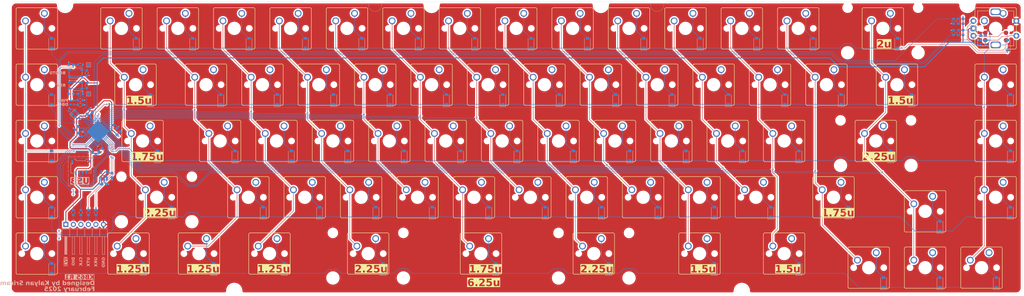
<source format=kicad_pcb>
(kicad_pcb (version 20240108) (generator "pcbnew") (generator_version "8.0")
  (layers (0 "F.Cu" signal) (31 "B.Cu" signal) (34 "B.Paste" user) (35 "F.Paste" user) (36 "B.SilkS" user "B.Silkscreen") (37 "F.SilkS" user "F.Silkscreen") (38 "B.Mask" user) (39 "F.Mask" user) (44 "Edge.Cuts" user))
  (net 0 "")
  (net 1 "/EC11B")
  (net 2 "GND")
  (net 3 "/EC11A")
  (net 4 "+3V3")
  (net 5 "/nRST")
  (net 6 "/XIN")
  (net 7 "/XOUT")
  (net 8 "+5V")
  (net 9 "/ROW0")
  (net 10 "/ROW1")
  (net 11 "/ROW2")
  (net 12 "/ROW3")
  (net 13 "Net-(D5-A)")
  (net 14 "Net-(D6-A)")
  (net 15 "Net-(D7-A)")
  (net 16 "Net-(D8-A)")
  (net 17 "Net-(D9-A)")
  (net 18 "Net-(D10-A)")
  (net 19 "Net-(D11-A)")
  (net 20 "Net-(D12-A)")
  (net 21 "Net-(D13-A)")
  (net 22 "Net-(D14-A)")
  (net 23 "Net-(D15-A)")
  (net 24 "Net-(D16-A)")
  (net 25 "Net-(D17-A)")
  (net 26 "Net-(D18-A)")
  (net 27 "Net-(D19-A)")
  (net 28 "Net-(D20-A)")
  (net 29 "Net-(D21-A)")
  (net 30 "Net-(D22-A)")
  (net 31 "Net-(D23-A)")
  (net 32 "Net-(D24-A)")
  (net 33 "Net-(D25-A)")
  (net 34 "Net-(D26-A)")
  (net 35 "Net-(D27-A)")
  (net 36 "Net-(D28-A)")
  (net 37 "Net-(D29-A)")
  (net 38 "Net-(D30-A)")
  (net 39 "Net-(D31-A)")
  (net 40 "Net-(D32-A)")
  (net 41 "Net-(D33-A)")
  (net 42 "Net-(D34-A)")
  (net 43 "Net-(D35-A)")
  (net 44 "Net-(D36-A)")
  (net 45 "Net-(D37-A)")
  (net 46 "/ROW4")
  (net 47 "Net-(D38-A)")
  (net 48 "Net-(D39-A)")
  (net 49 "Net-(D40-A)")
  (net 50 "Net-(D41-A)")
  (net 51 "Net-(D42-A)")
  (net 52 "Net-(D43-A)")
  (net 53 "Net-(D44-A)")
  (net 54 "Net-(D45-A)")
  (net 55 "Net-(D46-A)")
  (net 56 "Net-(D47-A)")
  (net 57 "Net-(D48-A)")
  (net 58 "Net-(D49-A)")
  (net 59 "Net-(D50-A)")
  (net 60 "Net-(D51-A)")
  (net 61 "Net-(D52-A)")
  (net 62 "Net-(D54-A)")
  (net 63 "/LED")
  (net 65 "Net-(D57-A)")
  (net 66 "Net-(D58-A)")
  (net 67 "Net-(D59-A)")
  (net 69 "Net-(D62-A)")
  (net 70 "Net-(D63-A)")
  (net 71 "Net-(D64-A)")
  (net 72 "Net-(D65-A)")
  (net 73 "Net-(D66-A)")
  (net 74 "Net-(D67-A)")
  (net 75 "Net-(D68-A)")
  (net 76 "Net-(D69-A)")
  (net 77 "Net-(D70-A)")
  (net 78 "Net-(D72-A)")
  (net 79 "Net-(D73-A)")
  (net 80 "/USB_DN")
  (net 81 "/USB_DP")
  (net 82 "/Matrix/SW77")
  (net 83 "/BOOT0")
  (net 84 "/SWITCH")
  (net 85 "/SWDIO")
  (net 86 "/SWCLK")
  (net 87 "/USART2_TX_DEBUG")
  (net 88 "/USART2_RX_DEBUG")
  (net 89 "/COL0")
  (net 90 "/COL2")
  (net 91 "/COL3")
  (net 92 "/COL4")
  (net 93 "/COL5")
  (net 94 "/COL6")
  (net 95 "/COL7")
  (net 96 "/COL8")
  (net 97 "/COL9")
  (net 98 "/COL10")
  (net 99 "/COL11")
  (net 100 "/COL12")
  (net 101 "/COL1")
  (net 102 "/COL13")
  (net 103 "/COL14")
  (net 104 "/COL15")
  (net 105 "Net-(D53-A)")
  (net 106 "Net-(D61-A)")
  (net 107 "Net-(D71-A)")
  (net 108 "Net-(U2-VCAP_1)")
  (net 109 "Net-(D55-A)")
  (net 110 "Net-(D56-A)")
  (net 111 "Net-(D60-A)")
  (net 112 "Net-(J1-Pin_2)")
  (net 113 "Net-(J1-Pin_4)")
  (net 114 "Net-(J1-Pin_3)")
  (net 115 "Net-(J1-Pin_5)")
  (net 116 "/Matrix/S1")
  (net 118 "Net-(D1-A)")
  (net 119 "Net-(D2-A)")
  (net 120 "Net-(D3-A)")
  (net 121 "Net-(D4-A)")
  (net 123 "Net-(D74-K)")
  (net 124 "Net-(D75-K)")
  (net 125 "/Matrix/B")
  (net 126 "Net-(R4-Pad1)")
  (net 127 "Net-(R10-Pad1)")
  (net 128 "/Matrix/A")
  (footprint "PCM_marbastlib-mx:SW_MX_1.5u" (layer "F.Cu") (at 299.4875 28.025)
    (property "Reference" "SW30" (hide yes))
    (property "Value" "SW_Push")
  )
  (footprint "PCM_marbastlib-mx:SW_MX_1.75u" (layer "F.Cu") (at 44.69375 47.075)
    (property "Reference" "SW33" (hide yes))
    (property "Value" "SW_Push")
  )
  (footprint "PCM_marbastlib-mx:SW_MX_1u" (layer "F.Cu") (at 332.825 28.025)
    (property "Reference" "SW31" (hide yes))
    (property "Value" "SW_Push")
  )
  (footprint "PCM_marbastlib-mx:SW_MX_1u" (layer "F.Cu") (at 213.7625 66.125)
    (property "Reference" "SW56" (hide yes))
    (property "Value" "SW_Push")
  )
  (footprint "PCM_marbastlib-mx:SW_MX_1u" (layer "F.Cu") (at 161.375 28.025)
    (property "Reference" "SW23" (hide yes))
    (property "Value" "SW_Push")
  )
  (footprint "PCM_marbastlib-mx:SW_MX_1u" (layer "F.Cu") (at 223.2875 47.075)
    (property "Reference" "SW42" (hide yes))
    (property "Value" "SW_Push")
  )
  (footprint "PCM_marbastlib-mx:SW_MX_1u" (layer "F.Cu") (at 175.6625 66.125)
    (property "Reference" "SW54" (hide yes))
    (property "Value" "SW_Push")
  )
  (footprint "PCM_marbastlib-mx:SW_MX_1.25u" (layer "F.Cu") (at 87.55625 85.175)
    (property "Reference" "SW65" (hide yes))
    (property "Value" "SW_Push")
  )
  (footprint "PCM_marbastlib-mx:SW_MX_1.75u" (layer "F.Cu") (at 278.05625 66.125)
    (property "Reference" "SW59" (hide yes))
    (property "Value" "SW_Push")
  )
  (footprint "PCM_marbastlib-mx:SW_MX_1u" (layer "F.Cu") (at 113.75 8.975)
    (property "Reference" "SW6" (hide yes))
    (property "Value" "SW_Push")
  )
  (footprint "PCM_marbastlib-mx:SW_MX_1u" (layer "F.Cu") (at 332.825 66.125)
    (property "Reference" "SW61" (hide yes))
    (property "Value" "SW_Push")
  )
  (footprint "PCM_marbastlib-mx:SW_MX_1u" (layer "F.Cu") (at 242.3375 47.075)
    (property "Reference" "SW43" (hide yes))
    (property "Value" "SW_Push")
  )
  (footprint "PCM_marbastlib-mx:SW_MX_1u" (layer "F.Cu") (at 49.45625 66.125)
    (property "Reference" "SW48" (hide yes))
    (property "Value" "SW_Push")
  )
  (footprint "PCM_marbastlib-mx:SW_MX_1.5u" (layer "F.Cu") (at 42.3125 28.025)
    (property "Reference" "SW17" (hide yes))
    (property "Value" "SW_Push")
  )
  (footprint "PCM_marbastlib-mx:SW_MX_1u" (layer "F.Cu") (at 289.9625 89.9375)
    (property "Reference" "SW71" (hide yes))
    (property "Value" "SW_Push")
  )
  (footprint "PCM_marbastlib-mx:SW_MX_1u" (layer "F.Cu") (at 89.9375 47.075)
    (property "Reference" "SW35" (hide yes))
    (property "Value" "SW_Push")
  )
  (footprint "PCM_marbastlib-mx:SW_MX_1u" (layer "F.Cu") (at 118.5125 66.125)
    (property "Reference" "SW51" (hide yes))
    (property "Value" "SW_Push")
  )
  (footprint "PCM_marbastlib-mx:SW_MX_1.5u" (layer "F.Cu") (at 232.8125 85.175)
    (property "Reference" "SW69" (hide yes))
    (property "Value" "SW_Push")
  )
  (footprint "PCM_marbastlib-mx:SW_MX_1u" (layer "F.Cu") (at 8.975 47.075)
    (property "Reference" "SW32" (hide yes))
    (property "Value" "SW_Push")
  )
  (footprint "PCM_marbastlib-mx:SW_MX_1.5u" (layer "F.Cu") (at 261.3875 85.175)
    (property "Reference" "SW70" (hide yes))
    (property "Value" "SW_Push")
  )
  (footprint "PCM_marbastlib-mx:SW_MX_1u" (layer "F.Cu") (at 197.09375 85.175)
    (property "Reference" "SW68" (hide yes))
    (property "Value" "SW_Push")
  )
  (footprint "PCM_marbastlib-mx:SW_MX_1u" (layer "F.Cu") (at 328.0625 89.9375)
    (property "Reference" "SW73" (hide yes))
    (property "Value" "SW_Push")
  )
  (footprint "PCM_marbastlib-mx:SW_MX_1u" (layer "F.Cu") (at 189.95 8.975)
    (property "Reference" "SW10" (hide yes))
    (property "Value" "SW_Push")
  )
  (footprint "PCM_marbastlib-various:ROT_Alps_EC11E-Switch" (layer "F.Cu") (at 332.825 8.975 -90)
    (property "Reference" "SW76" (hide yes))
    (property "Value" "RotaryEncoder_Switch")
  )
  (footprint "PCM_marbastlib-mx:STAB_MX_2u" (layer "F.Cu") (at 197.09375 85.175)
    (property "Reference" "REF**" (hide yes))
    (property "Value" "STAB_MX_2u" (hide yes))
  )
  (footprint "PCM_marbastlib-mx:SW_MX_1u" (layer "F.Cu") (at 94.7 8.975)
    (property "Reference" "SW5" (hide yes))
    (property "Value" "SW_Push")
  )
  (footprint "PCM_marbastlib-mx:SW_MX_1u" (layer "F.Cu") (at 261.3875 47.075)
    (property "Reference" "SW44" (hide yes))
    (property "Value" "SW_Push")
  )
  (footprint "PCM_marbastlib-mx:SW_MX_1u" (layer "F.Cu") (at 199.475 28.025)
    (property "Reference" "SW25" (hide yes))
    (property "Value" "SW_Push")
  )
  (footprint "PCM_marbastlib-mx:SW_MX_1u" (layer "F.Cu") (at 218.525 28.025)
    (property "Reference" "SW26" (hide yes))
    (property "Value" "SW_Push")
  )
  (footprint "PCM_marbastlib-mx:STAB_MX_2u" (layer "F.Cu") (at 294.73125 8.96)
    (property "Reference" "REF**" (hide yes))
    (property "Value" "STAB_MX_2u" (hide yes))
  )
  (footprint "PCM_marbastlib-mx:SW_MX_1u" (layer "F.Cu") (at 228.05 8.975)
    (property "Reference" "SW12" (hide yes))
    (property "Value" "SW_Push")
  )
  (footprint "PCM_marbastlib-mx:SW_MX_1u" (layer "F.Cu") (at 137.5625 66.125)
    (property "Reference" "SW52" (hide yes))
    (property "Value" "SW_Push")
  )
  (footprint "PCM_marbastlib-mx:SW_MX_1.75u" (layer "F.Cu") (at 158.99375 85.175)
    (property "Reference" "SW67" (hide yes))
    (property "Value" "SW_Push")
  )
  (footprint "PCM_marbastlib-mx:SW_MX_1.25u" (layer "F.Cu") (at 39.93125 85.175)
    (property "Reference" "SW63" (hide yes))
    (property "Value" "SW_Push")
  )
  (footprint "PCM_marbastlib-mx:SW_MX_1u" (layer "F.Cu") (at 147.0875 47.075)
    (property "Reference" "SW38" (hide yes))
    (property "Value" "SW_Push")
  )
  (footprint "PCM_marbastlib-mx:SW_MX_1u" (layer "F.Cu") (at 166.1375 47.075)
    (property "Reference" "SW39" (hide yes))
    (property "Value" "SW_Push")
  )
  (footprint "PCM_marbastlib-mx:SW_MX_1u" (layer "F.Cu") (at 204.2375 47.075)
    (property "Reference" "SW41" (hide yes))
    (property "Value" "SW_Push")
  )
  (footprint "PCM_marbastlib-mx:SW_MX_1u" (layer "F.Cu") (at 8.975 66.125)
    (property "Reference" "SW47" (hide yes))
    (property "Value" "SW_Push")
  )
  (footprint "PCM_marbastlib-mx:SW_MX_1u" (layer "F.Cu") (at 8.975 8.975)
    (property "Reference" "SW1" (hide yes))
    (property "Value" "SW_Push")
  )
  (footprint "PCM_marbastlib-mx:SW_MX_1u" (layer "F.Cu") (at 8.975 28.025)
    (property "Reference" "SW16" (hide yes))
    (property "Value" "SW_Push")
  )
  (footprint "PCM_marbastlib-mx:SW_MX_1u" (layer "F.Cu") (at 232.8125 66.125)
    (property "Reference" "SW57" (hide yes))
    (property "Value" "SW_Push")
  )
  (footprint "PCM_marbastlib-mx:SW_MX_1u" (layer "F.Cu") (at 75.65 8.975)
    (property "Reference" "SW4" (hide yes))
    (property "Value" "SW_Push")
  )
  (footprint "PCM_marbastlib-mx:SW_MX_1u" (layer "F.Cu") (at 104.225 28.025)
    (property "Reference" "SW20" (hide yes))
    (property "Value" "SW_Push")
  )
  (footprint "PCM_marbastlib-mx:STAB_MX_2u" (layer "F.Cu") (at 120.88125 85.16)
    (property "Reference" "REF**" (hide yes))
    (property "Value" "STAB_MX_2u" (hide yes))
  )
  (footprint "PCM_marbastlib-mx:STAB_MX_2u" (layer "F.Cu") (at 292.34375 47.085)
    (property "Reference" "REF**" (hide yes))
    (property "Value" "STAB_MX_2u" (hide yes))
  )
  (footprint "PCM_marbastlib-mx:SW_MX_1u" (layer "F.Cu") (at 180.425 28.025)
    (property "Reference" "SW24" (hide yes))
    (property "Value" "SW_Push")
  )
  (footprint "PCM_marbastlib-mx:SW_MX_1.25u" (layer "F.Cu") (at 63.74375 85.175)
    (property "Reference" "SW64" (hide yes))
    (property "Value" "SW_Push")
  )
  (footprint "PCM_marbastlib-mx:STAB_MX_2u" (layer "F.Cu") (at 49.44375 66.135)
    (property "Reference" "REF**" (hide yes))
    (property "Value" "STAB_MX_2u" (hide yes))
  )
  (footprint "PCM_marbastlib-mx:SW_MX_1u" (layer "F.Cu") (at 123.275 28.025)
    (property "Reference" "SW21" (hide yes))
    (property "Value" "SW_Push")
  )
  (footprint "PCM_marbastlib-various:ROT_SKYLOONG_HS-Switch" (layer "F.Cu") (at 332.825 8.975)
    (property "Reference" "SW78" (hide yes))
    (property "Value" "ROT_SKYLOONG_HS")
  )
  (footprint "PCM_marbastlib-mx:SW_MX_1u" (layer "F.Cu") (at 237.575 28.025)
    (property "Reference" "SW27" (hide yes))
    (property "Value" "SW_Push")
  )
  (footprint "PCM_marbastlib-mx:SW_MX_1u" (layer "F.Cu") (at 275.675 28.025)
    (property "Reference" "SW29" (hide yes))
    (property "Value" "SW_Push")
  )
  (footprint "PCM_marbastlib-mx:SW_MX_1u" (layer "F.Cu") (at 37.55 8.975)
    (property "Reference" "SW2" (hide yes))
    (property "Value" "SW_Push")
  )
  (footprint "PCM_marbastlib-mx:SW_MX_1u" (layer "F.Cu") (at 256.625 28.025)
    (property "Reference" "SW28" (hide yes))
    (property "Value" "SW_Push")
  )
  (footprint "PCM_marbastlib-mx:SW_MX_1u" (layer "F.Cu") (at 332.825 8.975)
    (property "Reference" "SW77" (hide yes))
    (property "Value" "SW_Push")
  )
  (footprint "PCM_marbastlib-mx:SW_MX_1u" (layer "F.Cu") (at 85.175 28.025)
    (property "Reference" "SW19" (hide yes))
    (property "Value" "SW_Push")
  )
  (footprint "PCM_marbastlib-mx:SW_MX_1u" (layer "F.Cu") (at 151.85 8.975)
    (property "Reference" "SW8" (hide yes))
    (property "Value" "SW_Push")
  )
  (footprint "PCM_marbastlib-mx:SW_MX_1u" (layer "F.Cu") (at 170.9 8.975)
    (property "Reference" "SW9" (hide yes))
    (property "Value" "SW_Push")
  )
  (footprint "PCM_marbastlib-mx:SW_MX_1u" (layer "F.Cu") (at 309.0125 89.9375)
    (property "Reference" "SW72" (hide yes))
    (property "Value" "SW_Push")
  )
  (footprint "PCM_marbastlib-mx:SW_MX_1u" (layer "F.Cu") (at 309.0125 70.875)
    (property "Reference" "SW60" (hide yes))
    (property "Value" "SW_Push")
  )
  (footprint "PCM_marbastlib-mx:SW_MX_1u" (layer "F.Cu") (at 132.8 8.975)
    (property "Reference" "SW7" (hide yes))
    (property "Value" "SW_Push")
  )
  (footprint "PCM_marbastlib-mx:SW_MX_1u" (layer "F.Cu") (at 66.125 28.025)
    (property "Reference" "SW18" (hide yes))
    (property "Value" "SW_Push")
  )
  (footprint "PCM_marbastlib-mx:SW_MX_1u" (layer "F.Cu") (at 8.975 85.175)
    (property "Reference" "SW62" (hide yes))
    (property "Value" "SW_Push")
  )
  (footprint "PCM_marbastlib-mx:SW_MX_1u" (layer "F.Cu") (at 56.6 8.975)
    (property "Reference" "SW3" (hide yes))
    (property "Value" "SW_Push")
  )
  (footprint "PCM_marbastlib-mx:SW_MX_1u" (layer "F.Cu") (at 70.8875 47.075)
    (property "Reference" "SW34" (hide yes))
    (property "Value" "SW_Push")
  )
  (footprint "PCM_marbastlib-mx:SW_MX_1u" (layer "F.Cu") (at 156.6125 66.125)
    (property "Reference" "SW53" (hide yes))
    (property "Value" "SW_Push")
  )
  (footprint "PCM_marbastlib-mx:SW_MX_1u" (layer "F.Cu") (at 251.8625 66.125)
    (property "Reference" "SW58" (hide yes))
    (property "Value" "SW_Push")
  )
  (footprint "PCM_marbastlib-mx:SW_MX_1u" (layer "F.Cu") (at 185.1875 47.075)
    (property "Reference" "SW40" (hide yes))
    (property "Value" "SW_Push")
  )
  (footprint "PCM_marbastlib-mx:SW_MX_1u" (layer "F.Cu") (at 99.4625 66.125)
    (property "Reference" "SW50" (hide yes))
    (property "Value" "SW_Push")
  )
  (footprint "PCM_marbastlib-mx:SW_MX_1u" (layer "F.Cu") (at 194.7125 66.125)
    (property "Reference" "SW55" (hide yes))
    (property "Value" "SW_Push")
  )
  (footprint "PCM_marbastlib-mx:SW_MX_1u" (layer "F.Cu") (at 120.89375 85.175)
    (property "Reference" "SW66" (hide yes))
    (property "Value" "SW_Push")
  )
  (footprint "PCM_marbastlib-mx:SW_MX_1u" (layer "F.Cu") (at 332.825 47.075)
    (property "Reference" "SW46" (hide yes))
    (property "Value" "SW_Push")
  )
  (footprint "PCM_marbastlib-mx:SW_MX_1u" (layer "F.Cu") (at 80.4125 66.125)
    (property "Reference" "SW49" (hide yes))
    (property "Value" "SW_Push")
  )
  (footprint "PCM_marbastlib-mx:SW_MX_1u" (layer "F.Cu") (at 294.725 8.975)
    (property "Reference" "SW15" (hide yes))
    (property "Value" "SW_Push")
  )
  (footprint "PCM_marbastlib-mx:SW_MX_1u" (layer "F.Cu") (at 266.15 8.975)
    (property "Reference" "SW14" (hide yes))
    (property "Value" "SW_Push")
  )
  (footprint "PCM_marbastlib-mx:SW_MX_1u" (layer "F.Cu") (at 209 8.975)
    (property "Reference" "SW11" (hide yes))
    (property "Value" "SW_Push")
  )
  (footprint "PCM_marbastlib-mx:SW_MX_1u" (layer "F.Cu") (at 292.34375 47.075)
    (property "Reference" "SW45" (hide yes))
    (property "Value" "SW_Push")
  )
  (footprint "PCM_marbastlib-mx:SW_MX_1u" (layer "F.Cu") (at 142.325 28.025)
    (property "Reference" "SW22" (hide yes))
    (property "Value" "SW_Push")
  )
  (footprint "PCM_marbastlib-mx:SW_MX_1u" (layer "F.Cu") (at 108.9875 47.075)
    (property "Reference" "SW36" (hide yes))
    (property "Value" "SW_Push")
  )
  (footprint "PCM_marbastlib-mx:SW_MX_1u" (layer "F.Cu") (at 247.1 8.975)
    (property "Reference" "SW13" (hide yes))
    (property "Value" "SW_Push")
  )
  (footprint "PCM_marbastlib-mx:SW_MX_1u" (layer "F.Cu") (at 128.0375 47.075)
    (property "Reference" "SW37" (hide yes))
    (property "Value" "SW_Push")
  )
  (footprint "Diode_SMD:D_SOD-123" (layer "B.Cu") (at 261.625 33.025 90)
    (property "Reference" "D28" (hide yes))
    (property "Value" "D")
  )
  (footprint "Connector_PinHeader_2.54mm:PinHeader_1x06_P2.54mm_Horizontal" (layer "B.Cu") (at 18.775 75.325 -90)
    (property "Reference" "J1" (hide yes))
    (property "Value" "Debug")
  )
  (footprint "Capacitor_SMD:C_0603_1608Metric" (layer "B.Cu") (at 27.2 36.9 135)
    (property "Reference" "C7" (hide yes))
    (property "Value" "1u")
  )
  (footprint "Diode_SMD:D_SOD-123" (layer "B.Cu") (at 13.975 13.975 90)
    (property "Reference" "D1" (hide yes))
    (property "Value" "D")
  )
  (footprint "Resistor_SMD:R_0603_1608Metric" (layer "B.Cu") (at 25.85 28.275 -90)
    (property "Reference" "R9" (hide yes))
    (property "Value" "10K")
  )
  (footprint "Connector_Molex:Molex_Pico-EZmate_78171-0004_1x04-1MP_P1.20mm_Vertical" (layer "B.Cu") (at 23.875 55.875)
    (property "Reference" "J2" (hide yes))
    (property "Value" "78171-0004")
  )
  (footprint "Diode_SMD:D_SOD-123" (layer "B.Cu") (at 202.09375 90.175 90)
    (property "Reference" "D68" (hide yes))
    (property "Value" "D")
  )
  (footprint "TestPoint:TestPoint_Pad_1.0x1.0mm" (layer "B.Cu") (at 26.45 31.15 180)
    (property "Reference" "TP1" (hide yes))
    (property "Value" "TestPoint")
  )
  (footprint "Capacitor_SMD:C_0603_1608Metric" (layer "B.Cu") (at 327.8 12.175 -90)
    (property "Reference" "C16" (hide yes))
    (property "Value" "10n")
  )
  (footprint "Capacitor_SMD:C_0603_1608Metric" (layer "B.Cu") (at 23.598008 44.948008 -45)
    (property "Reference" "C5" (hide yes))
    (property "Value" "0u1")
  )
  (footprint "Diode_SMD:D_SOD-123" (layer "B.Cu") (at 137.8 13.975 90)
    (property "Reference" "D7" (hide yes))
    (property "Value" "D")
  )
  (footprint "Diode_SMD:D_SOD-123" (layer "B.Cu") (at 199.7125 71.125 90)
    (property "Reference" "D55" (hide yes))
    (property "Value" "D")
  )
  (footprint "Diode_SMD:D_SOD-123" (layer "B.Cu") (at 85.4125 71.125 90)
    (property "Reference" "D49" (hide yes))
    (property "Value" "D")
  )
  (footprint "Diode_SMD:D_SOD-123" (layer "B.Cu") (at 218.7625 71.125 90)
    (property "Reference" "D56" (hide yes))
    (property "Value" "D")
  )
  (footprint "Diode_SMD:D_SOD-123" (layer "B.Cu") (at 247.3375 52.075 90)
    (property "Reference" "D43" (hide yes))
    (property "Value" "D")
  )
  (footprint "Resistor_SMD:R_0603_1608Metric" (layer "B.Cu") (at 328.575 14.525)
    (property "Reference" "R14" (hide yes))
    (property "Value" "10K")
  )
  (footprint "Diode_SMD:D_SOD-123" (layer "B.Cu") (at 333.0625 94.9375 90)
    (property "Reference" "D73" (hide yes))
    (property "Value" "D")
  )
  (footprint "Diode_SMD:D_SOD-123" (layer "B.Cu") (at 99.7 13.975 90)
    (property "Reference" "D5" (hide yes))
    (property "Value" "D")
  )
  (footprint "LED_SMD:LED_0402_1005Metric" (layer "B.Cu") (at 20.89 34.70599 180)
    (property "Reference" "D75" (hide yes))
    (property "Value" "BLUE")
  )
  (footprint "Capacitor_SMD:C_0603_1608Metric" (layer "B.Cu") (at 318.6 6.575 -90)
    (property "Reference" "C14" (hide yes))
    (property "Value" "10n")
  )
  (footprint "Diode_SMD:D_SOD-123" (layer "B.Cu") (at 185.425 33.025 90)
    (property "Reference" "D24" (hide yes))
    (property "Value" "D")
  )
  (footprint "Diode_SMD:D_SOD-123" (layer "B.Cu") (at 75.8875 52.075 90)
    (property "Reference" "D34" (hide yes))
    (property "Value" "D")
  )
  (footprint "Capacitor_SMD:C_0603_1608Metric" (layer "B.Cu") (at 28.3 51.3 -45)
    (property "Reference" "C4" (hide yes))
    (property "Value" "4u7")
  )
  (footprint "Diode_SMD:D_SOD-123" (layer "B.Cu") (at 133.0375 52.075 90)
    (property "Reference" "D37" (hide yes))
    (property "Value" "D")
  )
  (footprint "Diode_SMD:D_SOD-123" (layer "B.Cu") (at 304.4875 33.025 90)
    (property "Reference" "D30" (hide yes))
    (property "Value" "D")
  )
  (footprint "Diode_SMD:D_SOD-123" (layer "B.Cu") (at 171.1375 52.075 90)
    (property "Reference" "D39" (hide yes))
    (property "Value" "D")
  )
  (footprint "Diode_SMD:D_SOD-123" (layer "B.Cu") (at 49.69375 52.075 90)
    (property "Reference" "D33" (hide yes))
    (property "Value" "D")
  )
  (footprint "Diode_SMD:D_SOD-123" (layer "B.Cu") (at 147.325 33.025 90)
    (property "Reference" "D22" (hide yes))
    (property "Value" "D")
  )
  (footprint "Resistor_SMD:R_0603_1608Metric" (layer "B.Cu") (at 25.85 24.075 90)
    (property "Reference" "R11" (hide yes))
    (property "Value" "10K")
  )
  (footprint "Diode_SMD:D_SOD-123" (layer "B.Cu") (at 256.8625 71.125 90)
    (property "Reference" "D58" (hide yes))
    (property "Value" "D")
  )
  (footprint "Diode_SMD:D_SOD-123" (layer "B.Cu") (at 152.0875 52.075 90)
    (property "Reference" "D38" (hide yes))
    (property "Value" "D")
  )
  (footprint "Capacitor_SMD:C_0603_1608Metric" (layer "B.Cu") (at 36.6 44.4 45)
    (property "Reference" "C2" (hide yes))
    (property "Value" "0u1")
  )
  (footprint "TestPoint:TestPoint_Pad_1.0x1.0mm" (layer "B.Cu") (at 26.45 21.3 180)
    (property "Reference" "TP2" (hide yes))
    (property "Value" "TestPoint")
  )
  (footprint "Diode_SMD:D_SOD-123" (layer "B.Cu") (at 13.975 52.075 90)
    (property "Reference" "D32" (hide yes))
    (property "Value" "D")
  )
  (footprint "Diode_SMD:D_SOD-123" (layer "B.Cu") (at 71.125 33.025 90)
    (property "Reference" "D18" (hide yes))
    (property "Value" "D")
  )
  (footprint "Diode_SMD:D_SOD-123" (layer "B.Cu") (at 194.95 13.975 90)
    (property "Reference" "D10" (hide yes))
    (property "Value" "D")
  )
  (footprint "Diode_SMD:D_SOD-123" (layer "B.Cu") (at 190.1875 52.075 90)
    (property "Reference" "D40" (hide yes))
    (property "Value" "D")
  )
  (footprint "Diode_SMD:D_SOD-123" (layer "B.Cu") (at 92.55625 90.175 90)
    (property "Reference" "D65" (hide yes))
    (property "Value" "D")
  )
  (footprint "Diode_SMD:D_SOD-123" (layer "B.Cu") (at 237.8125 90.175 90)
    (property "Reference" "D69" (hide yes))
    (property "Value" "D")
  )
  (footprint "Diode_SMD:D_SOD-123" (layer "B.Cu") (at 271.15 13.975 90)
    (property "Reference" "D14" (hide yes))
    (property "Value" "D")
  )
  (footprint "Diode_SMD:D_SOD-123" (layer "B.Cu") (at 337.825 52.075 90)
    (property "Reference" "D46" (hide yes))
    (property "Value" "D")
  )
  (footprint "Diode_SMD:D_SOD-123" (layer "B.Cu") (at 266.3875 90.175 90)
    (property "Reference" "D70" (hide yes))
    (property "Value" "D")
  )
  (footprint "Diode_SMD:D_SOD-123" (layer "B.Cu") (at 68.74375 90.175 90)
    (property "Reference" "D64" (hide yes))
    (property "Value" "D")
  )
  (footprint "Diode_SMD:D_SOD-123" (layer "B.Cu") (at 209.2375 52.075 90)
    (property "Reference" "D41" (hide yes))
    (property "Value" "D")
  )
  (footprint "Capacitor_SMD:C_0603_1608Metric" (layer "B.Cu") (at 20.525 21.25 180)
    (property "Reference" "C17" (hide yes))
    (property "Value" "0u1")
  )
  (footprint "Diode_SMD:D_SOD-123" (layer "B.Cu") (at 223.525 33.025 90)
    (property "Reference" "D26" (hide yes))
    (property "Value" "D")
  )
  (footprint "Resistor_SMD:R_0603_1608Metric" (layer "B.Cu") (at 23.855 71.275 -90)
    (property "Reference" "R6" (hide yes))
    (property "Value" "100")
  )
  (footprint "Diode_SMD:D_SOD-123" (layer "B.Cu") (at 294.9625 94.9375 90)
    (property "Reference" "D71" (hide yes))
    (property "Value" "D")
  )
  (footprint "Diode_SMD:D_SOD-123" (layer "B.Cu") (at 61.6 13.975 90)
    (property "Reference" "D3" (hide yes))
    (property "Value" "D")
  )
  (footprint "Diode_SMD:D_SOD-123" (layer "B.Cu") (at 337.825 33.025 90)
    (property "Reference" "D31" (hide yes))
    (property "Value" "D")
  )
  (footprint "Capacitor_SMD:C_0603_1608Metric" (layer "B.Cu") (at 26.551992 38.551992 135)
    (property "Reference" "C6" (hide yes))
    (property "Value" "0u1")
  )
  (footprint "Diode_SMD:D_SOD-123" (layer "B.Cu") (at 163.99375 90.175 90)
    (property "Reference" "D67" (hide yes))
    (property "Value" "D")
  )
  (footprint "Diode_SMD:D_SOD-123" (layer "B.Cu") (at 166.375 33.025 90)
    (property "Reference" "D23" (hide yes))
    (property "Value" "D")
  )
  (footprint "Diode_SMD:D_SOD-123" (layer "B.Cu") (at 175.9 13.975 90)
    (property "Reference" "D9" (hide yes))
    (property "Value" "D")
  )
  (footprint "Diode_SMD:D_SOD-123" (layer "B.Cu") (at 94.9375 52.075 90)
    (property "Reference" "D35" (hide yes))
    (property "Value" "D")
  )
  (footprint "Diode_SMD:D_SOD-123" (layer "B.Cu") (at 314.025 75.875 90)
    (property "Reference" "D60" (hide yes))
    (property "Value" "D")
  )
  (footprint "Crystal:Crystal_SMD_2016-4Pin_2.0x1.6mm" (layer "B.Cu") (at 21.881426 37.888207 45)
    (property "Reference" "Y1" (hide yes))
    (property "Value" "XRCGB16M000FXN20R0")
  )
  (footprint "Diode_SMD:D_SOD-123" (layer "B.Cu") (at 161.6125 71.125 90)
    (property "Reference" "D53" (hide yes))
    (property "Value" "D")
  )
  (footprint "Diode_SMD:D_SOD-123" (layer "B.Cu") (at 128.275 33.025 90)
    (property "Reference" "D21" (hide yes))
    (property "Value" "D")
  )
  (footprint "Diode_SMD:D_SOD-123" (layer "B.Cu") (at 299.725 13.975 90)
    (property "Reference" "D15" (hide yes))
    (property "Value" "D")
  )
  (footprint "Diode_SMD:D_SOD-123" (layer "B.Cu") (at 297.34375 52.075 90)
    (property "Reference" "D45" (hide yes))
    (property "Value" "D")
  )
  (footprint "Resistor_SMD:R_0603_1608Metric" (layer "B.Cu") (at 26.395 71.275 -90)
    (property "Reference" "R7" (hide yes))
    (property "Value" "100")
  )
  (footprint "Diode_SMD:D_SOD-123" (layer "B.Cu") (at 90.175 33.025 90)
    (property "Reference" "D19" (hide yes))
    (property "Value" "D")
  )
  (footprint "Diode_SMD:D_SOD-123" (layer "B.Cu") (at 180.6625 71.125 90)
    (property "Reference" "D54" (hide yes))
    (property "Value" "D")
  )
  (footprint "Diode_SMD:D_SOD-123" (layer "B.Cu") (at 13.975 90.175 90)
    (property "Reference" "D62" (hide yes))
    (property "Value" "D")
  )
  (footprint "Diode_SMD:D_SOD-123" (layer "B.Cu") (at 280.675 33.025 90)
    (property "Reference" "D29" (hide yes))
    (property "Value" "D")
  )
  (footprint "Diode_SMD:D_SOD-123" (layer "B.Cu") (at 54.45625 71.125 90)
    (property "Reference" "D48" (hide yes))
    (property "Value" "D")
  )
  (footprint "Diode_SMD:D_SOD-123" (layer "B.Cu") (at 104.4625 71.125 90)
    (property "Reference" "D50" (hide yes))
    (property "Value" "D")
  )
  (footprint "Resistor_SMD:R_0603_1608Metric" (layer "B.Cu") (at 21.315 71.275 -90)
    (property "Reference" "R5" (hide yes))
    (property "Value" "100")
  )
  (footprint "Capacitor_SMD:C_0603_1608Metric" (layer "B.Cu") (at 22.4 42.7 -135)
    (property "Reference" "C1" (hide yes))
    (property "Value" "0u1")
  )
  (footprint "Diode_SMD:D_SOD-123" (layer "B.Cu") (at 283.05625 71.125 90)
    (property "Reference" "D59" (hide yes))
    (property "Value" "D")
  )
  (footprint "Diode_SMD:D_SOD-123" (layer "B.Cu") (at 80.65 13.975 90)
    (property "Reference" "D4" (hide yes))
    (property "Value" "D")
  )
  (footprint "Capacitor_SMD:C_0603_1608Metric" (layer "B.Cu") (at 30.5 50.15 45)
    (property "Reference" "C3" (hide yes))
    (property "Value" "0u1")
  )
  (footprint "Resistor_SMD:R_0603_1608Metric" (layer "B.Cu") (at 321.8 6.575 -90)
    (property "Reference" "R13" (hide yes))
    (property "Value" "10K")
  )
  (footprint "Button_Switch_SMD:SW_SPST_PTS810" (layer "B.Cu") (at 22.075 24.075 180)
    (property "Reference" "SW75" (hide yes))
    (property "Value" "SW_Push")
  )
  (footprint "Diode_SMD:D_SOD-123" (layer "B.Cu") (at 156.85 13.975 90)
    (property "Reference" "D8" (hide yes))
    (property "Value" "D")
  )
  (footprint "Diode_SMD:D_SOD-123" (layer "B.Cu") (at 266.3875 52.075 90)
    (property "Reference" "D44" (hide yes))
    (property "Value" "D")
  )
  (footprint "Diode_SMD:D_SOD-123" (layer "B.Cu") (at 142.5625 71.125 90)
    (property "Reference" "D52" (hide yes))
    (property "Value" "D")
  )
  (footprint "Diode_SMD:D_SOD-123" (layer "B.Cu") (at 233.05 13.975 90)
    (property "Reference" "D12" (hide yes))
    (property "Value" "D")
  )
  (footprint "Capacitor_SMD:C_0402_1005Metric" (layer "B.Cu") (at 20.035589 36.714411 45)
    (property "Reference" "C11" (hide yes))
    (property "Value" "6p")
  )
  (footprint "Diode_SMD:D_SOD-123" (layer "B.Cu") (at 118.75 13.975 90)
    (property "Reference" "D6" (hide yes))
    (property "Value" "D")
  )
  (footprint "Capacitor_SMD:C_0603_1608Metric" (layer "B.Cu") (at 31.6875 61.6625)
    (property "Reference" "C9" (hide yes))
    (property "Value" "0u1")
  )
  (footprint "Capacitor_SMD:C_0402_1005Metric" (layer "B.Cu") (at 23.696178 39.053822 -135)
    (property "Reference" "C12" (hide yes))
    (property "Value" "6p")
  )
  (footprint "Diode_SMD:D_SOD-123" (layer "B.Cu") (at 125.89375 90.175 90)
    (property "Reference" "D66" (hide yes))
    (property "Value" "D")
  )
  (footprint "Resistor_SMD:R_0603_1608Metric" (layer "B.Cu") (at 320.2 6.575 90)
    (property "Reference" "R15" (hide yes))
    (property "Value" "10K")
  )
  (footprint "Resistor_SMD:R_0603_1608Metric" (layer "B.Cu") (at 329.4 12.175 -90)
    (property "Reference" "R3" (hide yes))
    (property "Value" "10K")
  )
  (footprint "Resistor_SMD:R_0603_1608Metric" (layer "B.Cu") (at 20.525 31.1)
    (property "Reference" "R4" (hide yes))
    (property "Value" "10K")
  )
  (footprint "Diode_SMD:D_SOD-123" (layer "B.Cu") (at 252.1 13.975 90)
    (property "Reference" "D13" (hide yes))
    (property "Value" "D")
  )
  (footprint "Diode_SMD:D_SOD-123" (layer "B.Cu") (at 228.2875 52.075 90)
    (property "Reference" "D42" (hide yes))
    (property "Value" "D")
  )
  (footprint "Diode_SMD:D_SOD-123" (layer "B.Cu") (at 242.575 33.025 90)
    (property "Reference" "D27" (hide yes))
    (property "Value" "D")
  )
  (footprint "Diode_SMD:D_SOD-123" (layer "B.Cu") (at 337.825 71.125 90)
    (property "Reference" "D61" (hide yes))
    (property "Value" "D")
  )
  (footprint "Diode_SMD:D_SOD-123" (layer "B.Cu") (at 44.93125 90.175 90)
    (property "Reference" "D63" (hide yes))
    (property "Value" "D")
  )
  (footprint "Resistor_SMD:R_0603_1608Metric" (layer "B.Cu") (at 23.625 33.24401)
    (property "Reference" "R1" (hide yes))
    (property "Value" "1K5")
  )
  (footprint "Diode_SMD:D_SOD-123" (layer "B.Cu") (at 237.8125 71.125 90)
    (property "Reference" "D57" (hide yes))
    (property "Value" "D")
  )
  (footprint "Resistor_SMD:R_0603_1608Metric" (layer "B.Cu") (at 23.625 21.25 180)
    (property "Reference" "R10" (hide yes))
    (property "Value" "10K")
  )
  (footprint "Capacitor_SMD:C_0603_1608Metric" (layer "B.Cu") (at 35.451992 42.2 -45)
    (property "Reference" "C10" (hide yes))
    (property "Value" "2u2")
  )
  (footprint "Resistor_SMD:R_0603_1608Metric" (layer "B.Cu") (at 23.625 34.85)
    (property "Reference" "R2" (hide yes))
    (property "Value" "1K5")
  )
  (footprint "Button_Switch_SMD:SW_SPST_PTS810" (layer "B.Cu") (at 22.075 28.275 180)
    (property "Reference" "SW74" (hide yes))
    (property "Value" "SW_Push")
  )
  (footprint "Resistor_SMD:R_0603_1608Metric" (layer "B.Cu") (at 28.935 71.275 -90)
    (property "Reference" "R8" (hide yes))
    (property "Value" "100")
  )
  (footprint "Resistor_SMD:R_0603_1608Metric" (layer "B.Cu") (at 320.2 10.375001 -90)
    (property "Reference" "R16" (hide yes))
    (property "Value" "10K")
  )
  (footprint "Diode_SMD:D_SOD-123" (layer "B.Cu") (at 314.0125 94.9375 90)
    (property "Reference" "D72" (hide yes))
    (property "Value" "D")
  )
  (footprint "Diode_SMD:D_SOD-123" (layer "B.Cu") (at 47.3125 33.025 90)
    (property "Reference" "D17" (hide yes))
    (property "Value" "D")
  )
  (footprint "Capacitor_SMD:C_0603_1608Metric" (layer "B.Cu") (at 23.675 31.1)
    (property "Reference" "C13" (hide yes))
    (property "Value" "0u1")
  )
  (footprint "LED_SMD:LED_0402_1005Metric" (layer "B.Cu") (at 20.88 33.385 180)
    (property "Reference" "D74" (hide yes))
    (property "Value" "GREEN")
  )
  (footprint "Diode_SMD:D_SOD-123" (layer "B.Cu") (at 123.5125 71.125 90)
    (property "Reference" "D51" (hide yes))
    (property "Value" "D")
  )
  (footprint "Diode_SMD:D_SOD-123" (layer "B.Cu") (at 13.975 71.125 90)
    (property "Reference" "D47" (hide yes))
    (property "Value" "D")
  )
  (footprint "Capacitor_SMD:C_0603_1608Metric" (layer "B.Cu") (at 34.375 58.7 -90)
    (property "Reference" "C8" (hide yes))
    (property "Value" "0u1")
  )
  (footprint "Diode_SMD:D_SOD-123" (layer "B.Cu") (at 336.8 14.6 90)
    (property "Reference" "D76" (hide yes))
    (property "Value" "D")
  )
  (footprint "Diode_SMD:D_SOD-123" (layer "B.Cu") (at 214 13.975 90)
    (property "Reference" "D11" (hide yes))
    (property "Value" "D")
  )
  (footprint "Diode_SMD:D_SOD-123" (layer "B.Cu") (at 204.475 33.025 90)
    (property "Reference" "D25" (hide yes))
    (property "Value" "D")
  )
  (footprint "Diode_SMD:D_SOD-123" (layer "B.Cu") (at 42.55 13.975 90)
    (property "Reference" "D2" (hide yes))
    (property "Value" "D")
  )
  (footprint "Resistor_SMD:R_0603_1608Metric" (layer "B.Cu") (at 321.8 10.375 90)
    (property "Reference" "R12" (hide yes))
    (property "Value" "10K")
  )
  (footprint "Package_DFN_QFN:QFN-48-1EP_7x7mm_P0.5mm_EP5.6x5.6mm" (layer "B.Cu") (at 29.635051 43.875 -45)
    (property "Reference" "U2" (hide yes))
    (property "Value" "STM32F412CEUx")
  )
  (footprint "Diode_SMD:D_SOD-123" (layer "B.Cu") (at 109.225 33.025 90)
    (property "Reference" "D20" (hide yes))
    (property "Value" "D")
  )
  (footprint "Diode_SMD:D_SOD-123" (layer "B.Cu") (at 13.975 33.025 90)
    (property "Reference" "D16" (hide yes))
    (property "Value" "D")
  )
  (footprint "Diode_SMD:D_SOD-123" (layer "B.Cu") (at 113.9875 52.075 90)
    (property "Reference" "D36" (hide yes))
    (property "Value" "D")
  )
  (footprint "Package_TO_SOT_SMD:SOT-23-5" (layer "B.Cu") (at 31.675 58.7 90)
    (property "Reference" "U1" (hide yes))
    (property "Value" "TLV71333PDQN")
  )
  (footprint "Capacitor_SMD:C_0603_1608Metric" (layer "B.Cu") (at 318.6 10.375001 90)
    (property "Reference" "C15" (hide yes))
    (property "Value" "10n")
  )
  (gr_rect (start 19.625 52.275) (end 28.125 62.275) (stroke (width 0.1) (type dash)) (fill none) (layer "B.SilkS"))
  (gr_arc (start 320.05 0) (mid 320.757107 0.292893) (end 321.05 1) (stroke (width 0.05)) (layer "Edge.Cuts"))
  (gr_arc (start 220.775 1) (mid 218.525 3.25) (end 216.275 1) (stroke (width 0.05)) (layer "Edge.Cuts"))
  (gr_arc (start 341.775 96.75) (mid 341.189214 98.164214) (end 339.775 98.75) (stroke (width 0.05)) (layer "Edge.Cuts"))
  (gr_arc (start 73.4 97.75) (mid 73.107107 98.457107) (end 72.4 98.75) (stroke (width 0.05)) (layer "Edge.Cuts"))
  (gr_arc (start 339.775 0) (mid 341.189214 0.585786) (end 341.775 2) (stroke (width 0.05)) (layer "Edge.Cuts"))
  (gr_arc (start 0.025 2) (mid 0.610786 0.585786) (end 2.025 0) (stroke (width 0.05)) (layer "Edge.Cuts"))
  (gr_arc (start 325.55 1) (mid 325.842893 0.292893) (end 326.55 0) (stroke (width 0.05)) (layer "Edge.Cuts"))
  (gr_line (start 0.025 96.75) (end 0.025 2) (stroke (width 0.05)) (layer "Edge.Cuts"))
  (gr_arc (start 125.525 1) (mid 123.275 3.25) (end 121.025 1) (stroke (width 0.05)) (layer "Edge.Cuts"))
  (gr_line (start 2.025 0) (end 15.25 0) (stroke (width 0.05)) (layer "Edge.Cuts"))
  (gr_arc (start 215.275 0) (mid 215.982107 0.292893) (end 216.275 1) (stroke (width 0.05)) (layer "Edge.Cuts"))
  (gr_arc (start 73.4 97.75) (mid 75.65 95.5) (end 77.9 97.75) (stroke (width 0.05)) (layer "Edge.Cuts"))
  (gr_line (start 250.35 98.75) (end 339.775 98.75) (stroke (width 0.05)) (layer "Edge.Cuts"))
  (gr_line (start 326.55 0) (end 339.775 0) (stroke (width 0.05)) (layer "Edge.Cuts"))
  (gr_arc (start 220.775 1) (mid 221.067893 0.292893) (end 221.775 0) (stroke (width 0.05)) (layer "Edge.Cuts"))
  (gr_arc (start 244.85 97.75) (mid 247.1 95.5) (end 249.35 97.75) (stroke (width 0.05)) (layer "Edge.Cuts"))
  (gr_arc (start 125.525 1) (mid 125.817893 0.292893) (end 126.525 0) (stroke (width 0.05)) (layer "Edge.Cuts"))
  (gr_arc (start 20.75 1) (mid 21.042893 0.292893) (end 21.75 0) (stroke (width 0.05)) (layer "Edge.Cuts"))
  (gr_arc (start 250.35 98.75) (mid 249.642893 98.457107) (end 249.35 97.75) (stroke (width 0.05)) (layer "Edge.Cuts"))
  (gr_arc (start 244.85 97.75) (mid 244.557107 98.457107) (end 243.85 98.75) (stroke (width 0.05)) (layer "Edge.Cuts"))
  (gr_line (start 2.025 98.75) (end 72.4 98.75) (stroke (width 0.05)) (layer "Edge.Cuts"))
  (gr_arc (start 20.75 1) (mid 18.5 3.25) (end 16.25 1) (stroke (width 0.05)) (layer "Edge.Cuts"))
  (gr_line (start 78.9 98.75) (end 243.85 98.75) (stroke (width 0.05)) (layer "Edge.Cuts"))
  (gr_line (start 21.75 0) (end 120.025 0) (stroke (width 0.05)) (layer "Edge.Cuts"))
  (gr_arc (start 15.25 0) (mid 15.957107 0.292893) (end 16.25 1) (stroke (width 0.05)) (layer "Edge.Cuts"))
  (gr_line (start 341.775 96.75) (end 341.775 2) (stroke (width 0.05)) (layer "Edge.Cuts"))
  (gr_line (start 126.525 0) (end 215.275 0) (stroke (width 0.05)) (layer "Edge.Cuts"))
  (gr_arc (start 325.55 1) (mid 323.3 3.25) (end 321.05 1) (stroke (width 0.05)) (layer "Edge.Cuts"))
  (gr_line (start 221.775 0) (end 320.05 0) (stroke (width 0.05)) (layer "Edge.Cuts"))
  (gr_arc (start 2.025 98.75) (mid 0.610786 98.164214) (end 0.025 96.75) (stroke (width 0.05)) (layer "Edge.Cuts"))
  (gr_arc (start 78.9 98.75) (mid 78.192893 98.457107) (end 77.9 97.75) (stroke (width 0.05)) (layer "Edge.Cuts"))
  (gr_arc (start 120.025 0) (mid 120.732107 0.292893) (end 121.025 1) (stroke (width 0.05)) (layer "Edge.Cuts"))
  (gr_text "USB" (at 26.740457 61.925 0) (layer "B.SilkS" knockout) (effects (font (size 2 2) (thickness 0.4) (bold yes)) (justify left bottom mirror)))
  (gr_text "UTX" (at 27.01401 86.375 90) (layer "B.SilkS") (effects (font (size 1 1) (thickness 0.2) (bold yes)) (justify left bottom mirror)))
  (gr_text "KB65 R1" (at 28.425 94.1 0) (layer "B.SilkS" knockout) (effects (font (size 1.5 1.5) (thickness 0.2) (bold yes)) (justify left bottom mirror)))
  (gr_text "BOOT0" (at 18.675 24.69401 0) (layer "B.SilkS") (effects (font (size 1 1) (thickness 0.2) (bold yes)) (justify left bottom mirror)))
  (gr_text "GND" (at 32.09401 86.375 90) (layer "B.SilkS") (effects (font (size 1 1) (thickness 0.2) (bold yes)) (justify left bottom mirror)))
  (gr_text "3V3" (at 19.39401 86.375 90) (layer "B.SilkS" knockout) (effects (font (size 1 1) (thickness 0.2) (bold yes)) (justify left bottom mirror)))
  (gr_text "DBG" (at 19.625 35.375 0) (layer "B.SilkS") (effects (font (size 1 1) (thickness 0.2) (bold yes)) (justify left bottom mirror)))
  (gr_text "PWR" (at 19.625 34.05401 0) (layer "B.SilkS") (effects (font (size 1 1) (thickness 0.2) (bold yes)) (justify left bottom mirror)))
  (gr_text "URX" (at 29.55401 86.375 90) (layer "B.SilkS") (effects (font (size 1 1) (thickness 0.2) (bold yes)) (justify left bottom mirror)))
  (gr_text "Designed by Kalyan Sriram" (at 28.6 96.1 0) (layer "B.SilkS") (effects (font (size 1.5 1.5) (thickness 0.2) (bold yes)) (justify left bottom mirror)))
  (gr_text "CLK\n" (at 24.47401 86.375 90) (layer "B.SilkS") (effects (font (size 1 1) (thickness 0.2) (bold yes)) (justify left bottom mirror)))
  (gr_text "DIO\n" (at 21.93401 86.375 90) (layer "B.SilkS") (effects (font (size 1 1) (thickness 0.2) (bold yes)) (justify left bottom mirror)))
  (gr_text "RST" (at 18.675 28.89401 0) (layer "B.SilkS") (effects (font (size 1 1) (thickness 0.2) (bold yes)) (justify left bottom mirror)))
  (gr_text "February 2025" (at 28.6 98.1 0) (layer "B.SilkS") (effects (font (size 1.5 1.5) (thickness 0.2) (bold yes)) (justify left bottom mirror)))
  (gr_text "2.25u" (at 192.559382 92 0) (layer "F.SilkS" knockout) (effects (font (size 2.5 2.5) (thickness 0.4) (bold yes)) (justify left bottom)))
  (gr_text "1.25u" (at 59.601392 92 0) (layer "F.SilkS" knockout) (effects (font (size 2.5 2.5) (thickness 0.4) (bold yes)) (justify left bottom)))
  (gr_text "1.5u" (at 258.252644 92 0) (layer "F.SilkS" knockout) (effects (font (size 2.5 2.5) (thickness 0.4) (bold yes)) (justify left bottom)))
  (gr_text "2.25u" (at 116.359382 92 0) (layer "F.SilkS" knockout) (effects (font (size 2.5 2.5) (thickness 0.4) (bold yes)) (justify left bottom)))
  (gr_text "2.25u" (at 287.809382 54 0) (layer "F.SilkS" knockout) (effects (font (size 2.5 2.5) (thickness 0.4) (bold yes)) (justify left bottom)))
  (gr_text "1.75u" (at 273.971289 73 0) (layer "F.SilkS" knockout) (effects (font (size 2.5 2.5) (thickness 0.4) (bold yes)) (justify left bottom)))
  (gr_text "2.25u" (at 44.921882 73 0) (layer "F.SilkS" knockout) (effects (font (size 2.5 2.5) (thickness 0.4) (bold yes)) (justify left bottom)))
  (gr_text "1.25u" (at 35.788892 92 0) (layer "F.SilkS" knockout) (effects (font (size 2.5 2.5) (thickness 0.4) (bold yes)) (justify left bottom)))
  (gr_text "1.5u" (at 229.677644 92 0) (layer "F.SilkS" knockout) (effects (font (size 2.5 2.5) (thickness 0.4) (bold yes)) (justify left bottom)))
  (gr_text "2u" (at 292.691823 15.9 0) (layer "F.SilkS" knockout) (effects (font (size 2.5 2.5) (thickness 0.4) (bold yes)) (justify left bottom)))
  (gr_text "1.75u" (at 40.608789 54 0) (layer "F.SilkS" knockout) (effects (font (size 2.5 2.5) (thickness 0.4) (bold yes)) (justify left bottom)))
  (gr_text "1.5u" (at 296.352644 35 0) (layer "F.SilkS" knockout) (effects (font (size 2.5 2.5) (thickness 0.4) (bold yes)) (justify left bottom)))
  (gr_text "1.75u" (at 154.908789 92 0) (layer "F.SilkS" knockout) (effects (font (size 2.5 2.5) (thickness 0.4) (bold yes)) (justify left bottom)))
  (gr_text "6.25u" (at 154.361685 96.6 0) (layer "F.SilkS" knockout) (effects (font (size 2.5 2.5) (thickness 0.4) (bold yes)) (justify left bottom)))
  (gr_text "1.5u" (at 39.177644 35 0) (layer "F.SilkS" knockout) (effects (font (size 2.5 2.5) (thickness 0.4) (bold yes)) (justify left bottom)))
  (gr_text "1.25u" (at 83.413892 92 0) (layer "F.SilkS" knockout) (effects (font (size 2.5 2.5) (thickness 0.4) (bold yes)) (justify left bottom)))
  (segment (start 19.575 17.375) (end 277.625 17.375) (width 0.127) (layer "B.Cu") (net 1))
  (segment (start 319.400001 11.200001) (end 319.350001 11.150001) (width 0.127) (layer "B.Cu") (net 1))
  (segment (start 16.975 40.575) (end 16.975 19.975) (width 0.127) (layer "B.Cu") (net 1))
  (segment (start 318.6 11.150001) (end 319.350001 11.150001) (width 0.127) (layer "B.Cu") (net 1))
  (segment (start 277.625 17.375) (end 280.625 20.375) (width 0.127) (layer "B.Cu") (net 1))
  (segment (start 308.375 20.375) (end 317.599999 11.150001) (width 0.127) (layer "B.Cu") (net 1))
  (segment (start 23 46.6) (end 16.975 40.575) (width 0.127) (layer "B.Cu") (net 1))
  (segment (start 317.599999 11.150001) (end 318.6 11.150001) (width 0.127) (layer "B.Cu") (net 1))
  (segment (start 280.625 20.375) (end 308.375 20.375) (width 0.127) (layer "B.Cu") (net 1))
  (segment (start 16.975 19.975) (end 19.575 17.375) (width 0.127) (layer "B.Cu") (net 1))
  (segment (start 25.966935 45.068243) (end 24.435178 46.6) (width 0.127) (layer "B.Cu") (net 1))
  (segment (start 320.2 11.200001) (end 319.400001 11.200001) (width 0.127) (layer "B.Cu") (net 1))
  (segment (start 24.435178 46.6) (end 23 46.6) (width 0.127) (layer "B.Cu") (net 1))
  (segment (start 324.025 8.975) (end 325.325 8.975) (width 0.3) (layer "F.Cu") (net 2))
  (segment (start 323.6135 9.3865) (end 324.025 8.975) (width 0.3) (layer "F.Cu") (net 2))
  (segment (start 329.325 10.475) (end 326.825 10.475) (width 0.3) (layer "F.Cu") (net 2))
  (segment (start 327 12.95) (end 324.35 12.95) (width 0.3) (layer "F.Cu") (net 2))
  (segment (start 326.825 10.475) (end 325.325 8.975) (width 0.3) (layer "F.Cu") (net 2))
  (segment (start 324.35 12.95) (end 323.6135 12.2135) (width 0.3) (layer "F.Cu") (net 2))
  (segment (start 323.6135 12.2135) (end 323.6135 9.3865) (width 0.3) (layer "F.Cu") (net 2))
  (via (at 23.75 39.8) (size 0.5) (drill 0.25) (layers "F.Cu" "B.Cu") (net 2))
  (via (at 25.675 57.025) (size 0.5) (drill 0.25) (layers "F.Cu" "B.Cu") (net 2))
  (via (at 20 26.55) (size 0.5) (drill 0.25) (layers "F.Cu" "B.Cu") (net 2))
  (via (at 34.375 60.225) (size 0.5) (drill 0.25) (layers "F.Cu" "B.Cu") (net 2))
  (via (at 29.7 51.85) (size 0.5) (drill 0.25) (layers "F.Cu" "B.Cu") (net 2))
  (via (at 23.25 45.5) (size 0.5) (drill 0.25) (layers "F.Cu" "B.Cu") (net 2))
  (via (at 24.45 30.3) (size 0.5) (drill 0.25) (layers "F.Cu" "B.Cu") (net 2))
  (via (at 20.925 54.675) (size 0.5) (drill 0.25) (layers "F.Cu" "B.Cu") (net 2))
  (via (at 27.2 35.8) (size 0.5) (drill 0.25) (layers "F.Cu" "B.Cu") (net 2))
  (via (at 26.65 24.9) (size 0.5) (drill 0.25) (layers "F.Cu" "B.Cu") (net 2))
  (via (at 33.225 61.675) (size 0.5) (drill 0.25) (layers "F.Cu" "B.Cu") (net 2))
  (via (at 37.7 43.3) (size 0.5) (drill 0.25) (layers "F.Cu" "B.Cu") (net 2))
  (via (at 25.5 37.5) (size 0.5) (drill 0.25) (layers "F.Cu" "B.Cu") (net 2))
  (via (at 25.15 34.85) (size 0.5) (drill 0.25) (layers "F.Cu" "B.Cu") (net 2))
  (via (at 36.6 42.2) (size 0.5) (drill 0.25) (layers "F.Cu" "B.Cu") (net 2))
  (via (at 19.95 35.95) (size 0.5) (drill 0.25) (layers "F.Cu" "B.Cu") (net 2))
  (via (at 26.15 54) (size 0.5) (drill 0.25) (layers "F.Cu" "B.Cu") (net 2))
  (via (at 327 12.95) (size 0.5) (drill 0.25) (layers "F.Cu" "B.Cu") (net 2))
  (via (at 317.8 9.6) (size 0.5) (drill 0.25) (layers "F.Cu" "B.Cu") (net 2))
  (via (at 317.8 7.35) (size 0.5) (drill 0.25) (layers "F.Cu" "B.Cu") (net 2))
  (via (at 19.75 20.45) (size 0.5) (drill 0.25) (layers "F.Cu" "B.Cu") (net 2))
  (via (at 31.6 50.15) (size 0.5) (drill 0.25) (layers "F.Cu" "B.Cu") (net 2))
  (via (at 25.15 33.25) (size 0.5) (drill 0.25) (layers "F.Cu" "B.Cu") (net 2))
  (via (at 21.3 42.7) (size 0.5) (drill 0.25) (layers "F.Cu" "B.Cu") (net 2))
  (segment (start 23.356767 39.406767) (end 23.75 39.8) (width 0.3) (layer "B.Cu") (net 2))
  (segment (start 20.375 36.375) (end 21.358168 36.375) (width 0.3) (layer "B.Cu") (net 2))
  (segment (start 20.925 53.975) (end 20.925 54.675) (width 0.3) (layer "B.Cu") (net 2))
  (segment (start 21.848008 43.248008) (end 21.3 42.7) (width 0.3) (layer "B.Cu") (net 2))
  (segment (start 36.051992 42.748008) (end 36.6 42.2) (width 0.127) (layer "B.Cu") (net 2))
  (segment (start 25.14401 33.24401) (end 25.15 33.25) (width 0.3) (layer "B.Cu") (net 2))
  (segment (start 25.613381 44.714689) (end 26.45307 43.875) (width 0.3) (layer "B.Cu") (net 2))
  (segment (start 317.800001 9.600001) (end 317.8 9.6) (width 0.3) (layer "B.Cu") (net 2))
  (segment (start 26.651992 36.348008) (end 27.2 35.8) (width 0.3) (layer "B.Cu") (net 2))
  (segment (start 21.358168 36.375) (end 21.987492 37.004324) (width 0.3) (layer "B.Cu") (net 2))
  (segment (start 33.656721 43.035311) (end 34.092032 42.6) (width 0.127) (layer "B.Cu") (net 2))
  (segment (start 35.548008 43.2) (end 36 42.748008) (width 0.127) (layer "B.Cu") (net 2))
  (segment (start 24.45 33.24401) (end 25.14401 33.24401) (width 0.3) (layer "B.Cu") (net 2))
  (segment (start 20.375 36.375) (end 19.95 35.95) (width 0.3) (layer "B.Cu") (net 2))
  (segment (start 26.920712 40.1) (end 26.6 40.1) (width 0.3) (layer "B.Cu") (net 2))
  (segment (start 25.675 57.75) (end 25.675 57.025) (width 0.3) (layer "B.Cu") (net 2))
  (segment (start 30.47474 47.89667) (end 31.048008 48.469938) (width 0.3) (layer "B.Cu") (net 2))
  (segment (start 32.4625 61.6625) (end 31.675 60.875) (width 0.3) (layer "B.Cu") (net 2))
  (segment (start 22.396503 39.393233) (end 23.356767 39.393233) (width 0.3) (layer "B.Cu") (net 2))
  (segment (start 19.75 21.25) (end 19.75 20.45) (width 0.3) (layer "B.Cu") (net 2))
  (segment (start 24.45 34.85) (end 25.15 34.85) (width 0.3) (layer "B.Cu") (net 2))
  (segment (start 26.6 40.1) (end 25.4 38.9) (width 0.3) (layer "B.Cu") (net 2))
  (segment (start 33.2125 61.6625) (end 33.225 61.675) (width 0.3) (layer "B.Cu") (net 2))
  (segment (start 25.85 24.9) (end 26.65 24.9) (width 0.3) (layer "B.Cu") (net 2))
  (segment (start 35.2 43.2) (end 35.548008 43.2) (width 0.127) (layer "B.Cu") (net 2))
  (segment (start 34.375 59.475) (end 34.375 60.225) (width 0.3) (layer "B.Cu") (net 2))
  (segment (start 31.048008 48.469938) (end 31.048008 49.601992) (width 0.3) (layer "B.Cu") (net 2))
  (segment (start 33.656721 43.035311) (end 32.817032 43.875) (width 0.127) (layer "B.Cu") (net 2))
  (segment (start 24.15 27.2) (end 20 27.2) (width 0.3) (layer "B.Cu") (net 2))
  (segment (start 327.8 12.95) (end 327 12.95) (width 0.3) (layer "B.Cu") (net 2))
  (segment (start 25.407968 38.6) (end 26.003984 38.003984) (width 0.3) (layer "B.Cu") (net 2))
  (segment (start 21.77536 38.77209) (end 22.396503 39.393233) (width 0.3) (layer "B.Cu") (net 2))
  (segment (start 24.146016 45.496016) (end 24.832054 45.496016) (width 0.3) (layer "B.Cu") (net 2))
  (segment (start 31.051992 49.601992) (end 31.6 50.15) (width 0.3) (layer "B.Cu") (net 2))
  (segment (start 25.4 38.6) (end 25.407968 38.6) (width 0.3) (layer "B.Cu") (net 2))
  (segment (start 28.848008 51.848008) (end 29.698008 51.848008) (width 0.3) (layer "B.Cu") (net 2))
  (segment (start 24.146016 45.496016) (end 23.253984 45.496016) (width 0.3) (layer "B.Cu") (net 2))
  (segment (start 27.734702 40.91399) (end 26.920712 40.1) (width 0.3) (layer "B.Cu") (net 2))
  (segment (start 25.4 38.9) (end 25.4 38.6) (width 0.3) (layer "B.Cu") (net 2))
  (segment (start 32.4625 61.6625) (end 33.2125 61.6625) (width 0.3) (layer "B.Cu") (net 2))
  (segment (start 26.003984 38.003984) (end 25.5 37.5) (width 0.3) (layer "B.Cu") (net 2))
  (segment (start 318.6 9.600001) (end 317.800001 9.600001) (width 0.3) (layer "B.Cu") (net 2))
  (segment (start 23.253984 45.496016) (end 23.25 45.5) (width 0.3) (layer "B.Cu") (net 2))
  (segment (start 37.148008 43.851992) (end 37.7 43.3) (width 0.3) (layer "B.Cu") (net 2))
  (segment (start 24.832054 45.496016) (end 25.613381 44.714689) (width 0.3) (layer "B.Cu") (net 2))
  (segment (start 26.175 53.975) (end 26.15 54) (width 0.3) (layer "B.Cu") (net 2))
  (segment (start 34.6 42.6) (end 35.2 43.2) (width 0.127) (layer "B.Cu") (net 2))
  (segment (start 20 27.2) (end 20 26.55) (width 0.3) (layer "B.Cu") (net 2))
  (segment (start 318.6 7.35) (end 317.8 7.35) (width 0.3) (layer "B.Cu") (net 2))
  (segment (start 29.698008 51.848008) (end 29.7 51.85) (width 0.3) (layer "B.Cu") (net 2))
  (segment (start 24.45 31.1) (end 24.45 30.3) (width 0.3) (layer "B.Cu") (net 2))
  (segment (start 34.092032 42.6) (end 34.6 42.6) (width 0.127) (layer "B.Cu") (net 2))
  (segment (start 26.825 53.975) (end 26.175 53.975) (width 0.3) (layer "B.Cu") (net 2))
  (segment (start 31.675 60.875) (end 31.675 59.8375) (width 0.3) (layer "B.Cu") (net 2))
  (segment (start 320.2 5.75) (end 319.4 5.75) (width 0.127) (layer "B.Cu") (net 3))
  (segment (start 16.475 40.975) (end 16.475 19.675) (width 0.127) (layer "B.Cu") (net 3))
  (segment (start 298.875 19.875) (end 312.95 5.8) (width 0.127) (layer "B.Cu") (net 3))
  (segment (start 19.275 16.875) (end 277.875 16.875) (width 0.127) (layer "B.Cu") (net 3))
  (segment (start 22.5 47) (end 16.475 40.975) (width 0.127) (layer "B.Cu") (net 3))
  (segment (start 319.35 5.8) (end 319.4 5.75) (width 0.127) (layer "B.Cu") (net 3))
  (segment (start 26.320488 45.421796) (end 24.742284 47) (width 0.127) (layer "B.Cu") (net 3))
  (segment (start 24.742284 47) (end 22.5 47) (width 0.127) (layer "B.Cu") (net 3))
  (segment (start 280.875 19.875) (end 298.875 19.875) (width 0.127) (layer "B.Cu") (net 3))
  (segment (start 312.95 5.8) (end 318.6 5.8) (width 0.127) (layer "B.Cu") (net 3))
  (segment (start 318.6 5.8) (end 319.35 5.8) (width 0.127) (layer "B.Cu") (net 3))
  (segment (start 16.475 19.675) (end 19.275 16.875) (width 0.127) (layer "B.Cu") (net 3))
  (segment (start 277.875 16.875) (end 280.875 19.875) (width 0.127) (layer "B.Cu") (net 3))
  (segment (start 20.4 29.55) (end 24.175 25.775) (width 0.3) (layer "F.Cu") (net 4))
  (segment (start 23.7 66.15) (end 23.7 63.4) (width 0.3) (layer "F.Cu") (net 4))
  (segment (start 22.5 45.3) (end 22.5 44.95) (width 0.3) (layer "F.Cu") (net 4))
  (segment (start 22.75 56.4) (end 22.25 56.9) (width 0.3) (layer "F.Cu") (net 4))
  (segment (start 30.25 51.25) (end 27.25 51.25) (width 0.3) (layer "F.Cu") (net 4))
  (segment (start 30.1 61.2) (end 27.9 63.4) (width 0.3) (layer "F.Cu") (net 4))
  (segment (start 30.1 59.5) (end 30.1 61.2) (width 0.3) (layer "F.Cu") (net 4))
  (segment (start 18.775 75.325) (end 18.775 71.075) (width 0.3) (layer "F.Cu") (net 4))
  (segment (start 34.275 43.175) (end 36.6 45.5) (width 0.3) (layer "F.Cu") (net 4))
  (segment (start 27.2 55.7) (end 26.5 56.4) (width 0.3) (layer "F.Cu") (net 4))
  (segment (start 26.65 27.45) (end 29.375 27.45) (width 0.3) (layer "F.Cu") (net 4))
  (segment (start 29.375 35.725) (end 31.625 33.475) (width 0.3) (layer "F.Cu") (net 4))
  (segment (start 321.8 13.625) (end 321.775 13.65) (width 0.3) (layer "F.Cu") (net 4))
  (segment (start 32.05 57.55) (end 30.1 59.5) (width 0.3) (layer "F.Cu") (net 4))
  (segment (start 27.25 51.25) (end 27.2 51.3) (width 0.3) (layer "F.Cu") (net 4))
  (segment (start 22.5 41.75) (end 22.35 41.6) (width 0.3) (layer "F.Cu") (net 4))
  (segment (start 22.5 44.95) (end 22.5 41.75) (width 0.3) (layer "F.Cu") (net 4))
  (segment (start 23.55 38.65) (end 22.35 39.85) (width 0.3) (layer "F.Cu") (net 4))
  (segment (start 20.175 49.275) (end 20.175 47.625) (width 0.3) (layer "F.Cu") (net 4))
  (segment (start 26.4 49.7) (end 20.6 49.7) (width 0.3) (layer "F.Cu") (net 4))
  (segment (start 22.25 56.9) (end 22.25 61.95) (width 0.3) (layer "F.Cu") (net 4))
  (segment (start 24.175 25.775) (end 24.975 25.775) (width 0.3) (layer "F.Cu") (net 4))
  (segment (start 24.975 25.775) (end 26.65 27.45) (width 0.3) (layer "F.Cu") (net 4))
  (segment (start 27.9 63.4) (end 23.7 63.4) (width 0.3) (layer "F.Cu") (net 4))
  (segment (start 26.5 56.4) (end 22.75 56.4) (width 0.3) (layer "F.Cu") (net 4))
  (segment (start 33.675 33.475) (end 34.275 34.075) (width 0.3) (layer "F.Cu") (net 4))
  (segment (start 27.2 50.5) (end 26.4 49.7) (width 0.3) (layer "F.Cu") (net 4))
  (segment (start 22.25 61.95) (end 23.7 63.4) (width 0.3) (layer "F.Cu") (net 4))
  (segment (start 28.323008 36.776992) (end 29.375 35.725) (width 0.3) (layer "F.Cu") (net 4))
  (segment (start 20.175 47.625) (end 22.5 45.3) (width 0.3) (layer "F.Cu") (net 4))
  (segment (start 27.2 51.3) (end 27.2 50.5) (width 0.3) (layer "F.Cu") (net 4))
  (segment (start 20.4 32.75) (end 20.4 29.55) (width 0.3) (layer "F.Cu") (net 4))
  (segment (start 28.323008 36.873008) (end 28.323008 36.776992) (width 0.3) (layer "F.Cu") (net 4))
  (segment (start 34.275 34.075) (end 34.275 43.175) (width 0.3) (layer "F.Cu") (net 4))
  (segment (start 28.323008 36.873008) (end 26.975521 36.873008) (width 0.3) (layer "F.Cu") (net 4))
  (segment (start 18.775 71.075) (end 23.7 66.15) (width 0.3) (layer "F.Cu") (net 4))
  (segment (start 25.198529 38.65) (end 23.55 38.65) (width 0.3) (layer "F.Cu") (net 4))
  (segment (start 321.8 11.9) (end 321.8 13.625) (width 0.3) (layer "F.Cu") (net 4))
  (segment (start 321.8 5.05) (end 321.8 11.9) (width 0.3) (layer "F.Cu") (net 4))
  (segment (start 31.625 33.475) (end 33.675 33.475) (width 0.3) (layer "F.Cu") (net 4))
  (segment (start 30.8 50.7) (end 30.25 51.25) (width 0.3) (layer "F.Cu") (net 4))
  (segment (start 27.2 51.3) (end 27.2 55.7) (width 0.3) (layer "F.Cu") (net 4))
  (segment (start 20.6 49.7) (end 20.175 49.275) (width 0.3) (layer "F.Cu") (net 4))
  (segment (start 22.35 39.85) (end 22.35 41.6) (width 0.3) (layer "F.Cu") (net 4))
  (segment (start 26.975521 36.873008) (end 25.198529 38.65) (width 0.3) (layer "F.Cu") (net 4))
  (via (at 321.775 13.65) (size 0.5) (drill 0.25) (layers "F.Cu" "B.Cu") (net 4))
  (via (at 24.175 25.775) (size 0.5) (drill 0.25) (layers "F.Cu" "B.Cu") (net 4))
  (via (at 321.8 5.05) (size 0.5) (drill 0.25) (layers "F.Cu" "B.Cu") (net 4))
  (via (at 26.65 27.45) (size 0.5) (drill 0.25) (layers "F.Cu" "B.Cu") (net 4))
  (via (at 22.5 44.95) (size 0.5) (drill 0.25) (layers "F.Cu" "B.Cu") (net 4))
  (via (at 27.2 51.3) (size 0.5) (drill 0.25) (layers "F.Cu" "B.Cu") (net 4))
  (via (at 32.05 57.55) (size 0.5) (drill 0.25) (layers "F.Cu" "B.Cu") (net 4))
  (via (at 30.8 50.7) (size 0.5) (drill 0.25) (layers "F.Cu" "B.Cu") (net 4))
  (via (at 28.323008 36.873008) (size 0.5) (drill 0.25) (layers "F.Cu" "B.Cu") (net 4))
  (via (at 36.6 45.5) (size 0.5) (drill 0.25) (layers "F.Cu" "B.Cu") (net 4))
  (via (at 321.8 11.9) (size 0.5) (drill 0.25) (layers "F.Cu" "B.Cu") (net 4))
  (via (at 29.375 27.45) (size 0.5) (drill 0.25) (layers "F.Cu" "B.Cu") (net 4))
  (via (at 29.375 35.725) (size 0.5) (drill 0.25) (layers "F.Cu" "B.Cu") (net 4))
  (via (at 22.35 41.6) (size 0.5) (drill 0.25) (layers "F.Cu" "B.Cu") (net 4))
  (via (at 20.4 32.75) (size 0.5) (drill 0.25) (layers "F.Cu" "B.Cu") (net 4))
  (segment (start 24.598692 43.7) (end 23.75 43.7) (width 0.3) (layer "B.Cu") (net 4))
  (segment (start 303.775 21.975) (end 308.8 21.975) (width 0.3) (layer "B.Cu") (net 4))
  (segment (start 279.875 21.975) (end 300.225 21.975) (width 0.3) (layer "B.Cu") (net 4))
  (segment (start 303.1 21.3) (end 303.775 21.975) (width 0.3) (layer "B.Cu") (net 4))
  (segment (start 31.375 18.975) (end 276.875 18.975) (width 0.3) (layer "B.Cu") (net 4))
  (segment (start 34.42141 43.8) (end 34.903984 43.8) (width 0.3) (layer "B.Cu") (net 4))
  (segment (start 300.9 21.3) (end 303.1 21.3) (width 0.3) (layer "B.Cu") (net 4))
  (segment (start 25.85 27.45) (end 26.65 27.45) (width 0.3) (layer "B.Cu") (net 4))
  (segment (start 23.496016 42.7) (end 22.948008 42.151992) (width 0.3) (layer "B.Cu") (net 4))
  (segment (start 36.051992 44.951992) (end 36.6 45.5) (width 0.3) (layer "B.Cu") (net 4))
  (segment (start 20.395 32.755) (end 20.4 32.75) (width 0.3) (layer "B.Cu") (net 4))
  (segment (start 34.903984 43.8) (end 36.051992 44.948008) (width 0.3) (layer "B.Cu") (net 4))
  (segment (start 24.15 25.15) (end 20 25.15) (width 0.3) (layer "B.Cu") (net 4))
  (segment (start 321.8 5.75) (end 321.8 5.05) (width 0.3) (layer "B.Cu") (net 4))
  (segment (start 20.395 33.385) (end 20.395 32.755) (width 0.3) (layer "B.Cu") (net 4))
  (segment (start 33.2125 57.5625) (end 33.575 57.925) (width 0.3) (layer "B.Cu") (net 4))
  (segment (start 308.8 21.975) (end 317.125 13.65) (width 0.3) (layer "B.Cu") (net 4))
  (segment (start 33.575 57.925) (end 34.375 57.925) (width 0.3) (layer "B.Cu") (net 4))
  (segment (start 32.625 57.5625) (end 32.0625 57.5625) (width 0.3) (layer "B.Cu") (net 4))
  (segment (start 24.570964 42.7) (end 23.496016 42.7) (width 0.3) (layer "B.Cu") (net 4))
  (segment (start 321.8 11.2) (end 321.8 11.9) (width 0.3) (layer "B.Cu") (net 4))
  (segment (start 325.05 13.65) (end 321.775 13.65) (width 0.3) (layer "B.Cu") (net 4))
  (segment (start 27.748008 37.448008) (end 27.1 38.096016) (width 0.3) (layer "B.Cu") (net 4))
  (segment (start 22.901992 42.151992) (end 22.35 41.6) (width 0.3) (layer "B.Cu") (net 4))
  (segment (start 32.625 57.5625) (end 33.2125 57.5625) (width 0.3) (layer "B.Cu") (net 4))
  (segment (start 27.2 51.3) (end 27.748008 50.751992) (width 0.3) (layer "B.Cu") (net 4))
  (segment (start 28.323008 36.873008) (end 27.748008 37.448008) (width 0.3) (layer "B.Cu") (net 4))
  (segment (start 327.75 14.525) (end 325.925 14.525) (width 0.3) (layer "B.Cu") (net 4))
  (segment (start 28.088255 40.560437) (end 27.5 39.972182) (width 0.3) (layer "B.Cu") (net 4))
  (segment (start 321.775 13.65) (end 317.125 13.65) (width 0.3) (layer "B.Cu") (net 4))
  (segment (start 27.1 38.096016) (end 27.1 39.1) (width 0.3) (layer "B.Cu") (net 4))
  (segment (start 34.010274 43.388864) (end 34.42141 43.8) (width 0.3) (layer "B.Cu") (net 4))
  (segment (start 300.225 21.975) (end 300.9 21.3) (width 0.3) (layer "B.Cu") (net 4))
  (segment (start 24.15 25.75) (end 24.175 25.775) (width 0.3) (layer "B.Cu") (net 4))
  (segment (start 27.5 39.5) (end 27.1 39.1) (width 0.3) (layer "B.Cu") (net 4))
  (segment (start 30.8 50.7) (end 29.953984 50.7) (width 0.3) (layer "B.Cu") (net 4))
  (segment (start 29.375 35.725) (end 29.375 27.45) (width 0.3) (layer "B.Cu") (net 4))
  (segment (start 23.75 43.7) (end 23.05 44.4) (width 0.3) (layer "B.Cu") (net 4))
  (segment (start 24.15 25.15) (end 24.15 25.75) (width 0.3) (layer "B.Cu") (net 4))
  (segment (start 29.3 50.046016) (end 29.951992 50.698008) (width 0.3) (layer "B.Cu") (net 4))
  (segment (start 27.5 39.972182) (end 27.5 39.5) (width 0.3) (layer "B.Cu") (net 4))
  (segment (start 29.3 49.07141) (end 29.3 50.046016) (width 0.3) (layer "B.Cu") (net 4))
  (segment (start 25.259828 43.388864) (end 24.570964 42.7) (width 0.3) (layer "B.Cu") (net 4))
  (segment (start 32.0625 57.5625) (end 32.05 57.55) (width 0.3) (layer "B.Cu") (net 4))
  (segment (start 29.375 27.45) (end 29.375 20.975) (width 0.3) (layer "B.Cu") (net 4))
  (segment (start 25.259828 44.361136) (end 24.598692 43.7) (width 0.3) (layer "B.Cu") (net 4))
  (segment (start 276.875 18.975) (end 279.875 21.975) (width 0.3) (layer "B.Cu") (net 4))
  (segment (start 325.925 14.525) (end 325.05 13.65) (width 0.3) (layer "B.Cu") (net 4))
  (segment (start 29.375 20.975) (end 31.375 18.975) (width 0.3) (layer "B.Cu") (net 4))
  (segment (start 30.121187 48.250223) (end 29.3 49.07141) (width 0.3) (layer "B.Cu") (net 4))
  (segment (start 23.05 44.4) (end 22.5 44.95) (width 0.3) (layer "B.Cu") (net 4))
  (segment (start 26.788604 40.675) (end 26.35 40.675) (width 0.127) (layer "B.Cu") (net 5))
  (segment (start 25.8 32.75) (end 25.2 32.15) (width 0.127) (layer "B.Cu") (net 5))
  (segment (start 24.85 36.35) (end 25.8 35.4) (width 0.127) (layer "B.Cu") (net 5))
  (segment (start 23.15 32.15) (end 22.9 31.9) (width 0.127) (layer "B.Cu") (net 5))
  (segment (start 27.381148 41.267544) (end 26.788604 40.675) (width 0.127) (layer "B.Cu") (net 5))
  (segment (start 22.9 31.1) (end 21.35 31.1) (width 0.127) (layer "B.Cu") (net 5))
  (segment (start 22.9 31.9) (end 22.9 31.1) (width 0.127) (layer "B.Cu") (net 5))
  (segment (start 25.2 32.15) (end 23.15 32.15) (width 0.127) (layer "B.Cu") (net 5))
  (segment (start 24.85 39.175) (end 24.85 36.35) (width 0.127) (layer "B.Cu") (net 5))
  (segment (start 25.8 35.4) (end 25.8 32.75) (width 0.127) (layer "B.Cu") (net 5))
  (segment (start 26.35 40.675) (end 24.85 39.175) (width 0.127) (layer "B.Cu") (net 5))
  (segment (start 25.6 41.5) (end 26.2 41.5) (width 0.127) (layer "B.Cu") (net 6))
  (segment (start 24.55 40.45) (end 25.6 41.5) (width 0.127) (layer "B.Cu") (net 6))
  (segment (start 21.45 40.45) (end 24.55 40.45) (width 0.127) (layer "B.Cu") (net 6))
  (segment (start 20.375 38.616816) (end 20.375 39.375) (width 0.127) (layer "B.Cu") (net 6))
  (segment (start 20.375 39.375) (end 21.45 40.45) (width 0.127) (layer "B.Cu") (net 6))
  (segment (start 20.57827 37.575) (end 20.997543 37.994273) (width 0.127) (layer "B.Cu") (net 6))
  (segment (start 19.696178 37.053822) (end 20.217356 37.575) (width 0.127) (layer "B.Cu") (net 6))
  (segment (start 20.217356 37.575) (end 20.57827 37.575) (width 0.127) (layer "B.Cu") (net 6))
  (segment (start 26.2 41.5) (end 26.674041 41.974041) (width 0.127) (layer "B.Cu") (net 6))
  (segment (start 20.997543 37.994273) (end 20.375 38.616816) (width 0.127) (layer "B.Cu") (net 6))
  (segment (start 23.358168 38.375) (end 22.765309 37.782141) (width 0.127) (layer "B.Cu") (net 7))
  (segment (start 25.975 41.075) (end 24.5 39.6) (width 0.127) (layer "B.Cu") (net 7))
  (segment (start 24.5 39.178822) (end 24.035589 38.714411) (width 0.127) (layer "B.Cu") (net 7))
  (segment (start 24.035589 38.714411) (end 23.696178 38.375) (width 0.127) (layer "B.Cu") (net 7))
  (segment (start 23.696178 38.375) (end 23.358168 38.375) (width 0.127) (layer "B.Cu") (net 7))
  (segment (start 26.481498 41.075) (end 25.975 41.075) (width 0.127) (layer "B.Cu") (net 7))
  (segment (start 27.027595 41.621097) (end 26.481498 41.075) (width 0.127) (layer "B.Cu") (net 7))
  (segment (start 24.5 39.6) (end 24.5 39.178822) (width 0.127) (layer "B.Cu") (net 7))
  (segment (start 30.9125 61.6625) (end 29.6375 61.6625) (width 0.3) (layer "B.Cu") (net 8))
  (segment (start 30.725 60.775) (end 30.9125 60.9625) (width 0.3) (layer "B.Cu") (net 8))
  (segment (start 27.9 63.4) (end 23.7 63.4) (width 0.3) (layer "B.Cu") (net 8))
  (segment (start 30.725 59.8375) (end 30.725 60.775) (width 0.3) (layer "B.Cu") (net 8))
  (segment (start 22.075 61.775) (end 22.075 57.75) (width 0.3) (layer "B.Cu") (net 8))
  (segment (start 32.625 59.075) (end 32.625 59.8375) (width 0.3) (layer "B.Cu") (net 8))
  (segment (start 29.6375 61.6625) (end 27.9 63.4) (width 0.3) (layer "B.Cu") (net 8))
  (segment (start 23.7 63.4) (end 22.075 61.775) (width 0.3) (layer "B.Cu") (net 8))
  (segment (start 30.725 59.8375) (end 30.725 59.075) (width 0.3) (layer "B.Cu") (net 8))
  (segment (start 30.9125 60.9625) (end 30.9125 61.6625) (width 0.3) (layer "B.Cu") (net 8))
  (segment (start 30.725 59.075) (end 31.075 58.725) (width 0.3) (layer "B.Cu") (net 8))
  (segment (start 32.275 58.725) (end 32.625 59.075) (width 0.3) (layer "B.Cu") (net 8))
  (segment (start 31.075 58.725) (end 32.275 58.725) (width 0.3) (layer "B.Cu") (net 8))
  (segment (start 315.8 14.4) (end 303.4 14.4) (width 0.127) (layer "F.Cu") (net 9))
  (segment (start 326.6 17) (end 324.6 15) (width 0.127) (layer "F.Cu") (net 9))
  (segment (start 324 14.4) (end 315.8 14.4) (width 0.127) (layer "F.Cu") (net 9))
  (segment (start 324.6 15) (end 324 14.4) (width 0.127) (layer "F.Cu") (net 9))
  (segment (start 336.8 17) (end 326.6 17) (width 0.127) (layer "F.Cu") (net 9))
  (segment (start 302.6 15.2) (end 302.2 15.6) (width 0.127) (layer "F.Cu") (net 9))
  (segment (start 302.2 15.6) (end 301 15.6) (width 0.127) (layer "F.Cu") (net 9))
  (segment (start 303.4 14.4) (end 302.6 15.2) (width 0.127) (layer "F.Cu") (net 9))
  (via (at 336.8 17) (size 0.5) (drill 0.25) (layers "F.Cu" "B.Cu") (net 9))
  (via (at 301 15.6) (size 0.5) (drill 0.25) (layers "F.Cu" "B.Cu") (net 9))
  (segment (start 336.8 16.25) (end 336.8 17) (width 0.127) (layer "B.Cu") (net 9))
  (segment (start 13.975 17.775) (end 13.975 15.625) (width 0.127) (layer "B.Cu") (net 9))
  (segment (start 299.725 15.625) (end 285.5 15.625) (width 0.15) (layer "B.Cu") (net 9))
  (segment (start 284 14.125) (end 281.625 14.125) (width 0.15) (layer "B.Cu") (net 9))
  (segment (start 300.975 15.625) (end 299.725 15.625) (width 0.127) (layer "B.Cu") (net 9))
  (segment (start 13.975 15.625) (end 280.125 15.625) (width 0.15) (layer "B.Cu") (net 9))
  (segment (start 27.027595 46.128903) (end 25.281498 47.875) (width 0.127) (layer "B.Cu") (net 9))
  (segment (start 21.475 47.875) (end 15.875 42.275) (width 0.127) (layer "B.Cu") (net 9))
  (segment (start 301 15.6) (end 300.975 15.625) (width 0.127) (layer "B.Cu") (net 9))
  (segment (start 281.625 14.125) (end 280.125 15.625) (width 0.15) (layer "B.Cu") (net 9))
  (segment (start 15.875 42.275) (end 15.875 19.675) (width 0.127) (layer "B.Cu") (net 9))
  (segment (start 285.5 15.625) (end 284 14.125) (width 0.15) (layer "B.Cu") (net 9))
  (segment (start 15.875 19.675) (end 13.975 17.775) (width 0.127) (layer "B.Cu") (net 9))
  (segment (start 25.281498 47.875) (end 21.475 47.875) (width 0.127) (layer "B.Cu") (net 9))
  (segment (start 28.675 37.775) (end 28.675 45.188604) (width 0.15) (layer "F.Cu") (net 10))
  (segment (start 32.575 34.675) (end 31.775 34.675) (width 0.15) (layer "F.Cu") (net 10))
  (segment (start 28.675 45.188604) (end 25.488604 48.375) (width 0.15) (layer "F.Cu") (net 10))
  (segment (start 31.775 34.675) (end 28.675 37.775) (width 0.15) (layer "F.Cu") (net 10))
  (segment (start 25.488604 48.375) (end 21.275 48.375) (width 0.15) (layer "F.Cu") (net 10))
  (via (at 21.275 48.375) (size 0.5) (drill 0.25) (layers "F.Cu" "B.Cu") (net 10))
  (via (at 32.575 34.675) (size 0.5) (drill 0.25) (layers "F.Cu" "B.Cu") (net 10))
  (segment (start 25.488604 48.375) (end 21.275 48.375) (width 0.127) (layer "B.Cu") (net 10))
  (segment (start 15.275 37.575) (end 13.975 36.275) (width 0.127) (layer "B.Cu") (net 10))
  (segment (start 15.275 42.375) (end 15.275 37.575) (width 0.127) (layer "B.Cu") (net 10))
  (segment (start 32.575 34.675) (end 337.825 34.675) (width 0.15) (layer "B.Cu") (net 10))
  (segment (start 25.488604 48.375) (end 27.381148 46.482456) (width 0.127) (layer "B.Cu") (net 10))
  (segment (start 21.275 48.375) (end 15.275 42.375) (width 0.127) (layer "B.Cu") (net 10))
  (segment (start 13.975 36.275) (end 13.975 34.675) (width 0.127) (layer "B.Cu") (net 10))
  (segment (start 35.625 50.675) (end 34.425 50.675) (width 0.127) (layer "F.Cu") (net 11))
  (segment (start 34.425 50.675) (end 33.55 49.8) (width 0.127) (layer "F.Cu") (net 11))
  (segment (start 36.65 49.65) (end 35.625 50.675) (width 0.127) (layer "F.Cu") (net 11))
  (segment (start 33.55 49.8) (end 33.55 48.15) (width 0.127) (layer "F.Cu") (net 11))
  (segment (start 33.55 48.15) (end 31.2 45.8) (width 0.127) (layer "F.Cu") (net 11))
  (segment (start 40.2 49.65) (end 36.65 49.65) (width 0.127) (layer "F.Cu") (net 11))
  (segment (start 28.751618 45.8) (end 25.592915 48.958703) (width 0.127) (layer "F.Cu") (net 11))
  (segment (start 31.2 45.8) (end 28.751618 45.8) (width 0.127) (layer "F.Cu") (net 11))
  (via (at 40.2 49.65) (size 0.5) (drill 0.25) (layers "F.Cu" "B.Cu") (net 11))
  (via (at 25.592915 48.958703) (size 0.5) (drill 0.25) (layers "F.Cu" "B.Cu") (net 11))
  (segment (start 20.575 48.975) (end 15.825 53.725) (width 0.127) (layer "B.Cu") (net 11))
  (segment (start 306.875 53.725) (end 305.425 52.275) (width 0.15) (layer "B.Cu") (net 11))
  (segment (start 283.075 53.725) (end 281.825 52.475) (width 0.15) (layer "B.Cu") (net 11))
  (segment (start 277.825 53.725) (end 49.69375 53.725) (width 0.15) (layer "B.Cu") (net 11))
  (segment (start 281.825 52.475) (end 279.075 52.475) (width 0.15) (layer "B.Cu") (net 11))
  (segment (start 49.69375 53.725) (end 44.275 53.725) (width 0.15) (layer "B.Cu") (net 11))
  (segment (start 25.595712 48.975) (end 20.575 48.975) (width 0.127) (layer "B.Cu") (net 11))
  (segment (start 301.425 53.725) (end 283.075 53.725) (width 0.15) (layer "B.Cu") (net 11))
  (segment (start 279.075 52.475) (end 277.825 53.725) (width 0.15) (layer "B.Cu") (net 11))
  (segment (start 25.612009 48.958703) (end 25.592915 48.958703) (width 0.127) (layer "B.Cu") (net 11))
  (segment (start 27.734702 46.83601) (end 25.735356 48.835356) (width 0.127) (layer "B.Cu") (net 11))
  (segment (start 25.735356 48.835356) (end 25.595712 48.975) (width 0.127) (layer "B.Cu") (net 11))
  (segment (start 337.825 53.725) (end 306.875 53.725) (width 0.15) (layer "B.Cu") (net 11))
  (segment (start 305.425 52.275) (end 302.875 52.275) (width 0.15) (layer "B.Cu") (net 11))
  (segment (start 302.875 52.275) (end 301.425 53.725) (width 0.15) (layer "B.Cu") (net 11))
  (segment (start 15.825 53.725) (end 13.975 53.725) (width 0.127) (layer "B.Cu") (net 11))
  (segment (start 25.735356 48.835356) (end 25.612009 48.958703) (width 0.127) (layer "B.Cu") (net 11))
  (segment (start 44.275 53.725) (end 40.2 49.65) (width 0.15) (layer "B.Cu") (net 11))
  (segment (start 59.875 71.275) (end 62.875 71.275) (width 0.15) (layer "B.Cu") (net 12))
  (segment (start 15.475 78.675) (end 33.075 78.675) (width 0.127) (layer "B.Cu") (net 12))
  (segment (start 318.2125 77.5375) (end 322.975 72.775) (width 0.15) (layer "B.Cu") (net 12))
  (segment (start 62.875 71.275) (end 64.375 72.775) (width 0.15) (layer "B.Cu") (net 12))
  (segment (start 322.975 72.775) (end 337.825 72.775) (width 0.15) (layer "B.Cu") (net 12))
  (segment (start 34.675 72.775) (end 36.175 71.275) (width 0.15) (layer "B.Cu") (net 12))
  (segment (start 13.975 71.875) (end 13.975 72.775) (width 0.127) (layer "B.Cu") (net 12))
  (segment (start 300.775 72.775) (end 305.5375 77.5375) (width 0.15) (layer "B.Cu") (net 12))
  (segment (start 305.5375 77.5375) (end 318.2125 77.5375) (width 0.15) (layer "B.Cu") (net 12))
  (segment (start 13.975 77.175) (end 15.475 78.675) (width 0.127) (layer "B.Cu") (net 12))
  (segment (start 15.875 69.975) (end 13.975 71.875) (width 0.127) (layer "B.Cu") (net 12))
  (segment (start 28.088255 47.189563) (end 25.802818 49.475) (width 0.127) (layer "B.Cu") (net 12))
  (segment (start 40.375 72.775) (end 58.375 72.775) (width 0.15) (layer "B.Cu") (net 12))
  (segment (start 15.875 54.375) (end 15.875 69.975) (width 0.127) (layer "B.Cu") (net 12))
  (segment (start 13.975 72.775) (end 13.975 77.175) (width 0.127) (layer "B.Cu") (net 12))
  (segment (start 25.802818 49.475) (end 20.775 49.475) (width 0.127) (layer "B.Cu") (net 12))
  (segment (start 34.675 77.075) (end 34.675 72.775) (width 0.127) (layer "B.Cu") (net 12))
  (segment (start 36.175 71.275) (end 38.875 71.275) (width 0.15) (layer "B.Cu") (net 12))
  (segment (start 38.875 71.275) (end 40.375 72.775) (width 0.15) (layer "B.Cu") (net 12))
  (segment (start 58.375 72.775) (end 59.875 71.275) (width 0.15) (layer "B.Cu") (net 12))
  (segment (start 20.775 49.475) (end 15.875 54.375) (width 0.127) (layer "B.Cu") (net 12))
  (segment (start 64.375 72.775) (end 300.775 72.775) (width 0.15) (layer "B.Cu") (net 12))
  (segment (start 33.075 78.675) (end 34.675 77.075) (width 0.127) (layer "B.Cu") (net 12))
  (segment (start 97.24 9.865) (end 99.7 12.325) (width 0.15) (layer "B.Cu") (net 13))
  (segment (start 97.24 3.895) (end 97.24 9.865) (width 0.15) (layer "B.Cu") (net 13))
  (segment (start 116.29 3.895) (end 116.29 9.865) (width 0.15) (layer "B.Cu") (net 14))
  (segment (start 116.29 9.865) (end 118.75 12.325) (width 0.15) (layer "B.Cu") (net 14))
  (segment (start 135.34 9.865) (end 137.8 12.325) (width 0.15) (layer "B.Cu") (net 15))
  (segment (start 135.34 3.895) (end 135.34 9.865) (width 0.15) (layer "B.Cu") (net 15))
  (segment (start 154.39 9.865) (end 156.85 12.325) (width 0.15) (layer "B.Cu") (net 16))
  (segment (start 154.39 3.895) (end 154.39 9.865) (width 0.15) (layer "B.Cu") (net 16))
  (segment (start 173.44 9.865) (end 175.9 12.325) (width 0.15) (layer "B.Cu") (net 17))
  (segment (start 173.44 3.895) (end 173.44 9.865) (width 0.15) (layer "B.Cu") (net 17))
  (segment (start 192.49 9.865) (end 194.95 12.325) (width 0.15) (layer "B.Cu") (net 18))
  (segment (start 192.49 3.895) (end 192.49 9.865) (width 0.15) (layer "B.Cu") (net 18))
  (segment (start 211.54 3.895) (end 211.54 9.865) (width 0.15) (layer "B.Cu") (net 19))
  (segment (start 211.54 9.865) (end 214 12.325) (width 0.15) (layer "B.Cu") (net 19))
  (segment (start 230.59 9.865) (end 233.05 12.325) (width 0.15) (layer "B.Cu") (net 20))
  (segment (start 230.59 3.895) (end 230.59 9.865) (width 0.15) (layer "B.Cu") (net 20))
  (segment (start 249.64 9.865) (end 252.1 12.325) (width 0.15) (layer "B.Cu") (net 21))
  (segment (start 249.64 3.895) (end 249.64 9.865) (width 0.15) (layer "B.Cu") (net 21))
  (segment (start 268.69 9.865) (end 271.15 12.325) (width 0.15) (layer "B.Cu") (net 22))
  (segment (start 268.69 3.895) (end 268.69 9.865) (width 0.15) (layer "B.Cu") (net 22))
  (segment (start 297.265 9.865) (end 299.725 12.325) (width 0.15) (layer "B.Cu") (net 23))
  (segment (start 297.265 3.895) (end 297.265 9.865) (width 0.15) (layer "B.Cu") (net 23))
  (segment (start 11.515 28.915) (end 13.975 31.375) (width 0.15) (layer "B.Cu") (net 24))
  (segment (start 11.515 22.945) (end 11.515 28.915) (width 0.15) (layer "B.Cu") (net 24))
  (segment (start 44.8525 22.945) (end 44.8525 28.915) (width 0.15) (layer "B.Cu") (net 25))
  (segment (start 44.8525 28.915) (end 47.3125 31.375) (width 0.15) (layer "B.Cu") (net 25))
  (segment (start 68.665 22.945) (end 68.665 28.915) (width 0.15) (layer "B.Cu") (net 26))
  (segment (start 68.665 28.915) (end 71.125 31.375) (width 0.15) (layer "B.Cu") (net 26))
  (segment (start 87.715 28.915) (end 90.175 31.375) (width 0.15) (layer "B.Cu") (net 27))
  (segment (start 87.715 22.945) (end 87.715 28.915) (width 0.15) (layer "B.Cu") (net 27))
  (segment (start 106.765 22.945) (end 106.765 28.915) (width 0.15) (layer "B.Cu") (net 28))
  (segment (start 106.765 28.915) (end 109.225 31.375) (width 0.15) (layer "B.Cu") (net 28))
  (segment (start 125.815 22.945) (end 125.815 28.915) (width 0.15) (layer "B.Cu") (net 29))
  (segment (start 125.815 28.915) (end 128.275 31.375) (width 0.15) (layer "B.Cu") (net 29))
  (segment (start 144.865 28.915) (end 147.325 31.375) (width 0.15) (layer "B.Cu") (net 30))
  (segment (start 144.865 22.945) (end 144.865 28.915) (width 0.15) (layer "B.Cu") (net 30))
  (segment (start 163.915 28.915) (end 166.375 31.375) (width 0.15) (layer "B.Cu") (net 31))
  (segment (start 163.915 22.945) (end 163.915 28.915) (width 0.15) (layer "B.Cu") (net 31))
  (segment (start 182.965 28.915) (end 185.425 31.375) (width 0.15) (layer "B.Cu") (net 32))
  (segment (start 182.965 22.945) (end 182.965 28.915) (width 0.15) (layer "B.Cu") (net 32))
  (segment (start 202.015 22.945) (end 202.015 28.915) (width 0.15) (layer "B.Cu") (net 33))
  (segment (start 202.015 28.915) (end 204.475 31.375) (width 0.15) (layer "B.Cu") (net 33))
  (segment (start 221.065 28.915) (end 223.525 31.375) (width 0.15) (layer "B.Cu") (net 34))
  (segment (start 221.065 22.945) (end 221.065 28.915) (width 0.15) (layer "B.Cu") (net 34))
  (segment (start 240.115 22.945) (end 240.115 28.915) (width 0.15) (layer "B.Cu") (net 35))
  (segment (start 240.115 28.915) (end 242.575 31.375) (width 0.15) (layer "B.Cu") (net 35))
  (segment (start 259.165 28.915) (end 261.625 31.375) (width 0.15) (layer "B.Cu") (net 36))
  (segment (start 259.165 22.945) (end 259.165 28.915) (width 0.15) (layer "B.Cu") (net 36))
  (segment (start 278.215 22.945) (end 278.215 28.915) (width 0.15) (layer "B.Cu") (net 37))
  (segment (start 278.215 28.915) (end 280.675 31.375) (width 0.15) (layer "B.Cu") (net 37))
  (segment (start 302.0275 28.915) (end 304.4875 31.375) (width 0.15) (layer "B.Cu") (net 38))
  (segment (start 302.0275 22.945) (end 302.0275 28.915) (width 0.15) (layer "B.Cu") (net 38))
  (segment (start 335.365 22.945) (end 335.365 28.915) (width 0.15) (layer "B.Cu") (net 39))
  (segment (start 335.365 28.915) (end 337.825 31.375) (width 0.15) (layer "B.Cu") (net 39))
  (segment (start 11.515 47.965) (end 13.975 50.425) (width 0.15) (layer "B.Cu") (net 40))
  (segment (start 11.515 41.995) (end 11.515 47.965) (width 0.15) (layer "B.Cu") (net 40))
  (segment (start 47.23375 41.995) (end 47.23375 47.965) (width 0.15) (layer "B.Cu") (net 41))
  (segment (start 47.23375 47.965) (end 49.69375 50.425) (width 0.15) (layer "B.Cu") (net 41))
  (segment (start 73.4275 47.965) (end 75.8875 50.425) (width 0.15) (layer "B.Cu") (net 42))
  (segment (start 73.4275 41.995) (end 73.4275 47.965) (width 0.15) (layer "B.Cu") (net 42))
  (segment (start 92.4775 41.995) (end 92.4775 47.965) (width 0.15) (layer "B.Cu") (net 43))
  (segment (start 92.4775 47.965) (end 94.9375 50.425) (width 0.15) (layer "B.Cu") (net 43))
  (segment (start 111.5275 41.995) (end 111.5275 47.965) (width 0.15) (layer "B.Cu") (net 44))
  (segment (start 111.5275 47.965) (end 113.9875 50.425) (width 0.15) (layer "B.Cu") (net 44))
  (segment (start 130.5775 47.965) (end 133.0375 50.425) (width 0.15) (layer "B.Cu") (net 45))
  (segment (start 130.5775 41.995) (end 130.5775 47.965) (width 0.15) (layer "B.Cu") (net 45))
  (segment (start 16.475 77.475) (end 16.475 80.075) (width 0.127) (layer "F.Cu") (net 46))
  (via (at 16.475 77.475) (size 0.5) (drill 0.25) (layers "F.Cu" "B.Cu") (net 46))
  (via (at 16.475 80.075) (size 0.5) (drill 0.25) (layers "F.Cu" "B.Cu") (net 46))
  (segment (start 286.5875 96.5875) (end 294.9625 96.5875) (width 0.15) (layer "B.Cu") (net 46))
  (segment (start 26.009924 49.975) (end 20.975 49.975) (width 0.127) (layer "B.Cu") (net 46))
  (segment (start 106.125 91.825) (end 107.475 90.475) (width 0.15) (layer "B.Cu") (net 46))
  (segment (start 205.725 91.825) (end 207.275 90.275) (width 0.15) (layer "B.Cu") (net 46))
  (segment (start 107.475 90.475) (end 110.525 90.475) (width 0.15) (layer "B.Cu") (net 46))
  (segment (start 28.441808 47.543116) (end 26.009924 49.975) (width 0.127) (layer "B.Cu") (net 46))
  (segment (start 294.9625 96.5875) (end 333.0625 96.5875) (width 0.15) (layer "B.Cu") (net 46))
  (segment (start 16.475 87.975) (end 13.975 90.475) (width 0.127) (layer "B.Cu") (net 46))
  (segment (start 183.475 90.275) (end 186.725 90.275) (width 0.15) (layer "B.Cu") (net 46))
  (segment (start 186.725 90.275) (end 188.275 91.825) (width 0.15) (layer "B.Cu") (net 46))
  (segment (start 281.825 91.825) (end 286.5875 96.5875) (width 0.15) (layer "B.Cu") (net 46))
  (segment (start 181.925 91.825) (end 183.475 90.275) (width 0.15) (layer "B.Cu") (net 46))
  (segment (start 135.675 91.825) (end 181.925 91.825) (width 0.15) (layer "B.Cu") (net 46))
  (segment (start 16.475 80.075) (end 16.475 87.975) (width 0.127) (layer "B.Cu") (net 46))
  (segment (start 188.275 91.825) (end 205.725 91.825) (width 0.15) (layer "B.Cu") (net 46))
  (segment (start 212.075 91.825) (end 281.825 91.825) (width 0.15) (layer "B.Cu") (net 46))
  (segment (start 16.475 54.475) (end 16.475 77.475) (width 0.127) (layer "B.Cu") (net 46))
  (segment (start 134.125 90.275) (end 135.675 91.825) (width 0.15) (layer "B.Cu") (net 46))
  (segment (start 13.975 90.475) (end 13.975 91.825) (width 0.127) (layer "B.Cu") (net 46))
  (segment (start 210.525 90.275) (end 212.075 91.825) (width 0.15) (layer "B.Cu") (net 46))
  (segment (start 131.275 90.275) (end 134.125 90.275) (width 0.15) (layer "B.Cu") (net 46))
  (segment (start 129.725 91.825) (end 131.275 90.275) (width 0.15) (layer "B.Cu") (net 46))
  (segment (start 207.275 90.275) (end 210.525 90.275) (width 0.15) (layer "B.Cu") (net 46))
  (segment (start 20.975 49.975) (end 16.475 54.475) (width 0.127) (layer "B.Cu") (net 46))
  (segment (start 111.875 91.825) (end 129.725 91.825) (width 0.15) (layer "B.Cu") (net 46))
  (segment (start 110.525 90.475) (end 111.875 91.825) (width 0.15) (layer "B.Cu") (net 46))
  (segment (start 13.975 91.825) (end 106.125 91.825) (width 0.15) (layer "B.Cu") (net 46))
  (segment (start 149.6275 47.965) (end 152.0875 50.425) (width 0.15) (layer "B.Cu") (net 47))
  (segment (start 149.6275 41.995) (end 149.6275 47.965) (width 0.15) (layer "B.Cu") (net 47))
  (segment (start 168.6775 41.995) (end 168.6775 47.965) (width 0.15) (layer "B.Cu") (net 48))
  (segment (start 168.6775 47.965) (end 171.1375 50.425) (width 0.15) (layer "B.Cu") (net 48))
  (segment (start 187.7275 47.965) (end 190.1875 50.425) (width 0.15) (layer "B.Cu") (net 49))
  (segment (start 187.7275 41.995) (end 187.7275 47.965) (width 0.15) (layer "B.Cu") (net 49))
  (segment (start 206.7775 47.965) (end 209.2375 50.425) (width 0.15) (layer "B.Cu") (net 50))
  (segment (start 206.7775 41.995) (end 206.7775 47.965) (width 0.15) (layer "B.Cu") (net 50))
  (segment (start 225.8275 47.965) (end 228.2875 50.425) (width 0.15) (layer "B.Cu") (net 51))
  (segment (start 225.8275 41.995) (end 225.8275 47.965) (width 0.15) (layer "B.Cu") (net 51))
  (segment (start 244.8775 41.995) (end 244.8775 47.965) (width 0.15) (layer "B.Cu") (net 52))
  (segment (start 244.8775 47.965) (end 247.3375 50.425) (width 0.15) (layer "B.Cu") (net 52))
  (segment (start 263.9275 41.995) (end 263.9275 47.965) (width 0.15) (layer "B.Cu") (net 53))
  (segment (start 263.9275 47.965) (end 266.3875 50.425) (width 0.15) (layer "B.Cu") (net 53))
  (segment (start 294.88375 41.995) (end 294.88375 47.965) (width 0.15) (layer "B.Cu") (net 54))
  (segment (start 294.88375 47.965) (end 297.34375 50.425) (width 0.15) (layer "B.Cu") (net 54))
  (segment (start 335.365 41.995) (end 335.365 47.965) (width 0.15) (layer "B.Cu") (net 55))
  (segment (start 335.365 47.965) (end 337.825 50.425) (width 0.15) (layer "B.Cu") (net 55))
  (segment (start 11.515 61.045) (end 11.515 67.015) (width 0.15) (layer "B.Cu") (net 56))
  (segment (start 11.515 67.015) (end 13.975 69.475) (width 0.15) (layer "B.Cu") (net 56))
  (segment (start 51.99625 67.015) (end 54.45625 69.475) (width 0.15) (layer "B.Cu") (net 57))
  (segment (start 51.99625 61.045) (end 51.99625 67.015) (width 0.15) (layer "B.Cu") (net 57))
  (segment (start 82.9525 61.045) (end 82.9525 67.015) (width 0.15) (layer "B.Cu") (net 58))
  (segment (start 82.9525 67.015) (end 85.4125 69.475) (width 0.15) (layer "B.Cu") (net 58))
  (segment (start 102.0025 67.015) (end 104.4625 69.475) (width 0.15) (layer "B.Cu") (net 59))
  (segment (start 102.0025 61.045) (end 102.0025 67.015) (width 0.15) (layer "B.Cu") (net 59))
  (segment (start 121.0525 61.045) (end 121.0525 67.015) (width 0.15) (layer "B.Cu") (net 60))
  (segment (start 121.0525 67.015) (end 123.5125 69.475) (width 0.15) (layer "B.Cu") (net 60))
  (segment (start 140.1025 61.045) (end 140.1025 67.015) (width 0.15) (layer "B.Cu") (net 61))
  (segment (start 140.1025 67.015) (end 142.5625 69.475) (width 0.15) (layer "B.Cu") (net 61))
  (segment (start 178.2025 61.045) (end 178.2025 67.015) (width 0.15) (layer "B.Cu") (net 62))
  (segment (start 178.2025 67.015) (end 180.6625 69.475) (width 0.15) (layer "B.Cu") (net 62))
  (segment (start 18.25 40.95) (end 23.52807 40.95) (width 0.127) (layer "B.Cu") (net 63))
  (segment (start 20.405 34.70599) (end 18.71901 34.70599) (width 0.127) (layer "B.Cu") (net 63))
  (segment (start 23.52807 40.95) (end 25.613381 43.035311) (width 0.127) (layer "B.Cu") (net 63))
  (segment (start 17.575 40.275) (end 18.25 40.95) (width 0.127) (layer "B.Cu") (net 63))
  (segment (start 18.71901 34.70599) (end 17.575 35.85) (width 0.127) (layer "B.Cu") (net 63))
  (segment (start 17.575 35.85) (end 17.575 40.275) (width 0.127) (layer "B.Cu") (net 63))
  (segment (start 235.3525 61.045) (end 235.3525 67.015) (width 0.15) (layer "B.Cu") (net 65))
  (segment (start 235.3525 67.015) (end 237.8125 69.475) (width 0.15) (layer "B.Cu") (net 65))
  (segment (start 254.4025 61.045) (end 254.4025 67.015) (width 0.15) (layer "B.Cu") (net 66))
  (segment (start 254.4025 67.015) (end 256.8625 69.475) (width 0.15) (layer "B.Cu") (net 66))
  (segment (start 280.59625 67.015) (end 283.05625 69.475) (width 0.15) (layer "B.Cu") (net 67))
  (segment (start 280.59625 61.045) (end 280.59625 67.015) (width 0.15) (layer "B.Cu") (net 67))
  (segment (start 11.515 86.065) (end 13.975 88.525) (width 0.15) (layer "B.Cu") (net 69))
  (segment (start 11.515 80.095) (end 11.515 86.065) (width 0.15) (layer "B.Cu") (net 69))
  (segment (start 42.47125 86.065) (end 44.93125 88.525) (width 0.15) (layer "B.Cu") (net 70))
  (segment (start 42.47125 80.095) (end 42.47125 86.065) (width 0.15) (layer "B.Cu") (net 70))
  (segment (start 66.28375 80.095) (end 66.28375 86.065) (width 0.15) (layer "B.Cu") (net 71))
  (segment (start 66.28375 86.065) (end 68.74375 88.525) (width 0.15) (layer "B.Cu") (net 71))
  (segment (start 90.09625 86.065) (end 92.55625 88.525) (width 0.15) (layer "B.Cu") (net 72))
  (segment (start 90.09625 80.095) (end 90.09625 86.065) (width 0.15) (layer "B.Cu") (net 72))
  (segment (start 123.43375 80.095) (end 123.43375 86.065) (width 0.15) (layer "B.Cu") (net 73))
  (segment (start 123.43375 86.065) (end 125.89375 88.525) (width 0.15) (layer "B.Cu") (net 73))
  (segment (start 161.53375 80.095) (end 161.53375 86.065) (width 0.15) (layer "B.Cu") (net 74))
  (segment (start 161.53375 86.065) (end 163.99375 88.525) (width 0.15) (layer "B.Cu") (net 74))
  (segment (start 199.63375 86.065) (end 202.09375 88.525) (width 0.15) (layer "B.Cu") (net 75))
  (segment (start 199.63375 80.095) (end 199.63375 86.065) (width 0.15) (layer "B.Cu") (net 75))
  (segment (start 235.3525 80.095) (end 235.3525 86.065) (width 0.15) (layer "B.Cu") (net 76))
  (segment (start 235.3525 86.065) (end 237.8125 88.525) (width 0.15) (layer "B.Cu") (net 76))
  (segment (start 263.9275 80.095) (end 263.9275 86.065) (width 0.15) (layer "B.Cu") (net 77))
  (segment (start 263.9275 86.065) (end 266.3875 88.525) (width 0.15) (layer "B.Cu") (net 77))
  (segment (start 311.5525 90.8275) (end 314.0125 93.2875) (width 0.15) (layer "B.Cu") (net 78))
  (segment (start 311.5525 84.8575) (end 311.5525 90.8275) (width 0.15) (layer "B.Cu") (net 78))
  (segment (start 330.6025 90.8275) (end 333.0625 93.2875) (width 0.15) (layer "B.Cu") (net 79))
  (segment (start 330.6025 84.8575) (end 330.6025 90.8275) (width 0.15) (layer "B.Cu") (net 79))
  (segment (start 27.0682 62.3) (end 24.4818 62.3) (width 0.2) (layer "B.Cu") (net 80))
  (segment (start 31.931116 47.267082) (end 33.2 48.535966) (width 0.2) (layer "B.Cu") (net 80))
  (segment (start 29 60.3682) (end 27.0682 62.3) (width 0.2) (layer "B.Cu") (net 80))
  (segment (start 33.2 51.9682) (end 29 56.1682) (width 0.2) (layer "B.Cu") (net 80))
  (segment (start 24.4818 62.3) (end 23.65 61.4682) (width 0.2) (layer "B.Cu") (net 80))
  (segment (start 23.275 58.387501) (end 23.275 57.75) (width 0.2) (layer "B.Cu") (net 80))
  (segment (start 23.65 58.762501) (end 23.275 58.387501) (width 0.2) (layer "B.Cu") (net 80))
  (segment (start 31.931116 47.231726) (end 31.931116 47.267082) (width 0.2) (layer "B.Cu") (net 80))
  (segment (start 33.2 48.535966) (end 33.2 51.9682) (width 0.2) (layer "B.Cu") (net 80))
  (segment (start 29 56.1682) (end 29 60.3682) (width 0.2) (layer "B.Cu") (net 80))
  (segment (start 23.65 61.4682) (end 23.65 58.762501) (width 0.2) (layer "B.Cu") (net 80))
  (segment (start 31.5354 46.83601) (end 31.931116 47.231726) (width 0.2) (layer "B.Cu") (net 80))
  (segment (start 31.612919 47.585279) (end 32.75 48.72236) (width 0.2) (layer "B.Cu") (net 81))
  (segment (start 32.75 51.7818) (end 28.55 55.9818) (width 0.2) (layer "B.Cu") (net 81))
  (segment (start 31.181847 47.189563) (end 31.577563 47.585279) (width 0.2) (layer "B.Cu") (net 81))
  (segment (start 28.55 60.1818) (end 26.8818 61.85) (width 0.2) (layer "B.Cu") (net 81))
  (segment (start 26.8818 61.85) (end 24.6682 61.85) (width 0.2) (layer "B.Cu") (net 81))
  (segment (start 24.1 61.2818) (end 24.1 58.762501) (width 0.2) (layer "B.Cu") (net 81))
  (segment (start 31.577563 47.585279) (end 31.612919 47.585279) (width 0.2) (layer "B.Cu") (net 81))
  (segment (start 24.1 58.762501) (end 24.475 58.387501) (width 0.2) (layer "B.Cu") (net 81))
  (segment (start 28.55 55.9818) (end 28.55 60.1818) (width 0.2) (layer "B.Cu") (net 81))
  (segment (start 24.6682 61.85) (end 24.1 61.2818) (width 0.2) (layer "B.Cu") (net 81))
  (segment (start 24.475 58.387501) (end 24.475 57.75) (width 0.2) (layer "B.Cu") (net 81))
  (segment (start 32.75 48.72236) (end 32.75 51.7818) (width 0.2) (layer "B.Cu") (net 81))
  (segment (start 335.365 9.565) (end 336.8 11) (width 0.127) (layer "B.Cu") (net 82))
  (segment (start 336.8 14.1) (end 336.8 12.95) (width 0.127) (layer "B.Cu") (net 82))
  (segment (start 336.8 11) (end 336.8 12.95) (width 0.127) (layer "B.Cu") (net 82))
  (segment (start 332.825 14.575) (end 336.325 14.575) (width 0.127) (layer "B.Cu") (net 82))
  (segment (start 335.365 3.895) (end 335.365 9.565) (width 0.127) (layer "B.Cu") (net 82))
  (segment (start 336.325 14.575) (end 336.8 14.1) (width 0.127) (layer "B.Cu") (net 82))
  (segment (start 17.25 22.05) (end 16.475 22.825) (width 0.127) (layer "F.Cu") (net 83))
  (segment (start 16.475 22.825) (end 16.475 41.875) (width 0.127) (layer "F.Cu") (net 83))
  (segment (start 21.3 22.05) (end 17.25 22.05) (width 0.127) (layer "F.Cu") (net 83))
  (via (at 21.3 22.05) (size 0.5) (drill 0.25) (layers "F.Cu" "B.Cu") (net 83))
  (via (at 16.475 41.875) (size 0.5) (drill 0.25) (layers "F.Cu" "B.Cu") (net 83))
  (segment (start 16.475 41.875) (end 22.05 47.45) (width 0.127) (layer "B.Cu") (net 83))
  (segment (start 24.99939 47.45) (end 26.674041 45.775349) (width 0.127) (layer "B.Cu") (net 83))
  (segment (start 22.05 47.45) (end 24.99939 47.45) (width 0.127) (layer "B.Cu") (net 83))
  (segment (start 21.3 21.25) (end 21.3 22.05) (width 0.127) (layer "B.Cu") (net 83))
  (segment (start 22.8 21.25) (end 21.3 21.25) (width 0.127) (layer "B.Cu") (net 83))
  (segment (start 28.9 36) (end 28.375 35.475) (width 0.127) (layer "B.Cu") (net 84))
  (segment (start 277.375 17.875) (end 280.375 20.875) (width 0.127) (layer "B.Cu") (net 84))
  (segment (start 28.795362 39.85333) (end 28.375 39.432968) (width 0.127) (layer "B.Cu") (net 84))
  (segment (start 328.6 11.35) (end 329.4 11.35) (width 0.127) (layer "B.Cu") (net 84))
  (segment (start 326.325 12.875) (end 327.8 11.4) (width 0.127) (layer "B.Cu") (net 84))
  (segment (start 327.8 11.4) (end 328.55 11.4) (width 0.127) (layer "B.Cu") (net 84))
  (segment (start 28.375 35.475) (end 28.375 20.375) (width 0.127) (layer "B.Cu") (net 84))
  (segment (start 28.375 20.375) (end 30.875 17.875) (width 0.127) (layer "B.Cu") (net 84))
  (segment (start 308.625 20.875) (end 316.625 12.875) (width 0.127) (layer "B.Cu") (net 84))
  (segment (start 28.375 39.432968) (end 28.375 38.425) (width 0.127) (layer "B.Cu") (net 84))
  (segment (start 316.625 12.875) (end 326.325 12.875) (width 0.127) (layer "B.Cu") (net 84))
  (segment (start 30.875 17.875) (end 277.375 17.875) (width 0.127) (layer "B.Cu") (net 84))
  (segment (start 28.375 38.425) (end 28.9 37.9) (width 0.127) (layer "B.Cu") (net 84))
  (segment (start 328.55 11.4) (end 328.6 11.35) (width 0.127) (layer "B.Cu") (net 84))
  (segment (start 280.375 20.875) (end 308.625 20.875) (width 0.127) (layer "B.Cu") (net 84))
  (segment (start 28.9 37.9) (end 28.9 36) (width 0.127) (layer "B.Cu") (net 84))
  (segment (start 21.315 65.115) (end 21.315 63.685) (width 0.127) (layer "F.Cu") (net 85))
  (segment (start 21.315 63.685) (end 21.325 63.675) (width 0.127) (layer "F.Cu") (net 85))
  (via (at 21.315 65.115) (size 0.5) (drill 0.25) (layers "F.Cu" "B.Cu") (net 85))
  (via (at 21.325 63.675) (size 0.5) (drill 0.25) (layers "F.Cu" "B.Cu") (net 85))
  (segment (start 21.315 65.115) (end 21.315 70.45) (width 0.127) (layer "B.Cu") (net 85))
  (segment (start 30.475 52.775) (end 20.275 52.775) (width 0.127) (layer "B.Cu") (net 85))
  (segment (start 20.275 52.775) (end 17.825 55.225) (width 0.127) (layer "B.Cu") (net 85))
  (segment (start 32.175 48.875) (end 32.175 51.075) (width 0.127) (layer "B.Cu") (net 85))
  (segment (start 17.825 55.225) (end 17.825 60.175) (width 0.127) (layer "B.Cu") (net 85))
  (segment (start 32.175 51.075) (end 30.475 52.775) (width 0.127) (layer "B.Cu") (net 85))
  (segment (start 17.825 60.175) (end 21.325 63.675) (width 0.127) (layer "B.Cu") (net 85))
  (segment (start 30.843116 47.543116) (end 32.175 48.875) (width 0.127) (layer "B.Cu") (net 85))
  (segment (start 17.075 54.675) (end 17.075 60.625) (width 0.127) (layer "B.Cu") (net 86))
  (segment (start 23.375 64.275) (end 23.855 64.755) (width 0.127) (layer "B.Cu") (net 86))
  (segment (start 17.075 60.625) (end 20.725 64.275) (width 0.127) (layer "B.Cu") (net 86))
  (segment (start 20.675 51.075) (end 17.075 54.675) (width 0.127) (layer "B.Cu") (net 86))
  (segment (start 23.855 64.755) (end 23.855 70.45) (width 0.127) (layer "B.Cu") (net 86))
  (segment (start 29.148915 48.251085) (end 26.325 51.075) (width 0.127) (layer "B.Cu") (net 86))
  (segment (start 26.325 51.075) (end 20.675 51.075) (width 0.127) (layer "B.Cu") (net 86))
  (segment (start 20.725 64.275) (end 23.375 64.275) (width 0.127) (layer "B.Cu") (net 86))
  (segment (start 34.075 49.45) (end 34.075 47.975) (width 0.127) (layer "F.Cu") (net 87))
  (segment (start 26.395 69.75) (end 26.395 66.055) (width 0.127) (layer "F.Cu") (net 87))
  (segment (start 26.395 66.055) (end 34.075 58.375) (width 0.127) (layer "F.Cu") (net 87))
  (segment (start 34.075 47.975) (end 29.375 43.275) (width 0.127) (layer "F.Cu") (net 87))
  (segment (start 34.075 58.375) (end 34.075 52.5) (width 0.127) (layer "F.Cu") (net 87))
  (segment (start 29.375 43.275) (end 29.375 38.5885) (width 0.127) (layer "F.Cu") (net 87))
  (segment (start 29.375 38.5885) (end 29.3615 38.575) (width 0.127) (layer "F.Cu") (net 87))
  (via (at 34.075 52.5) (size 0.5) (drill 0.25) (layers "F.Cu" "B.Cu") (net 87))
  (via (at 34.075 49.45) (size 0.5) (drill 0.25) (layers "F.Cu" "B.Cu") (net 87))
  (via (at 26.395 69.75) (size 0.5) (drill 0.25) (layers "F.Cu" "B.Cu") (net 87))
  (via (at 29.3615 38.575) (size 0.5) (drill 0.25) (layers "F.Cu" "B.Cu") (net 87))
  (segment (start 34.075 49.45) (end 34.075 52.5) (width 0.127) (layer "B.Cu") (net 87))
  (segment (start 26.395 69.75) (end 26.395 70.45) (width 0.127) (layer "B.Cu") (net 87))
  (segment (start 29.3615 39.287192) (end 29.3615 38.575) (width 0.127) (layer "B.Cu") (net 87))
  (segment (start 29.148915 39.499777) (end 29.3615 39.287192) (width 0.127) (layer "B.Cu") (net 87))
  (segment (start 29.875 42.975) (end 29.875 37.975) (width 0.127) (layer "F.Cu") (net 88))
  (segment (start 34.675 50) (end 34.675 47.775) (width 0.127) (layer "F.Cu") (net 88))
  (segment (start 34.675 47.775) (end 29.875 42.975) (width 0.127) (layer "F.Cu") (net 88))
  (segment (start 34.679647 58.470353) (end 34.679647 52.852711) (width 0.127) (layer "F.Cu") (net 88))
  (segment (start 28.95 64.2) (end 34.679647 58.470353) (width 0.127) (layer "F.Cu") (net 88))
  (segment (start 28.95 69.75) (end 28.95 64.2) (width 0.127) (layer "F.Cu") (net 88))
  (via (at 34.675 50) (size 0.5) (drill 0.25) (layers "F.Cu" "B.Cu") (net 88))
  (via (at 29.875 37.975) (size 0.5) (drill 0.25) (layers "F.Cu" "B.Cu") (net 88))
  (via (at 28.95 69.75) (size 0.5) (drill 0.25) (layers "F.Cu" "B.Cu") (net 88))
  (via (at 34.679647 52.852711) (size 0.5) (drill 0.25) (layers "F.Cu" "B.Cu") (net 88))
  (segment (start 29.875 39.25359) (end 30.121187 39.499777) (width 0.127) (layer "B.Cu") (net 88))
  (segment (start 34.675 50) (end 34.675 52.848064) (width 0.127) (layer "B.Cu") (net 88))
  (segment (start 29.875 37.975) (end 29.875 39.25359) (width 0.127) (layer "B.Cu") (net 88))
  (segment (start 28.95 69.75) (end 28.95 70.435) (width 0.127) (layer "B.Cu") (net 88))
  (segment (start 34.675 52.848064) (end 34.679647 52.852711) (width 0.127) (layer "B.Cu") (net 88))
  (segment (start 5.165 50.475) (end 5.165 82.635) (width 0.15) (layer "F.Cu") (net 89))
  (segment (start 21.475 50.4885) (end 5.1785 50.4885) (width 0.127) (layer "F.Cu") (net 89))
  (segment (start 5.1785 50.4885) (end 5.165 50.475) (width 0.127) (layer "F.Cu") (net 89))
  (segment (start 5.165 6.435) (end 5.165 50.475) (width 0.15) (layer "F.Cu") (net 89))
  (via (at 21.475 50.4885) (size 0.5) (drill 0.25) (layers "F.Cu" "B.Cu") (net 89))
  (segment (start 21.4885 50.475) (end 26.225 50.475) (width 0.127) (layer "B.Cu") (net 89))
  (segment (start 26.225 50.475) (end 28.795362 47.904638) (width 0.127) (layer "B.Cu") (net 89))
  (segment (start 21.4885 50.475) (end 21.475 50.4885) (width 0.127) (layer "B.Cu") (net 89))
  (segment (start 76.6025 63.585) (end 76.6025 72.8975) (width 0.15) (layer "F.Cu") (net 90))
  (segment (start 62.315 36.575) (end 62.315 39.7725) (width 0.15) (layer "F.Cu") (net 90))
  (segment (start 52.79 15.96) (end 62.315 25.485) (width 0.15) (layer "F.Cu") (net 90))
  (segment (start 76.6025 72.8975) (end 66.865 82.635) (width 0.15) (layer "F.Cu") (net 90))
  (segment (start 66.865 82.635) (end 59.93375 82.635) (width 0.15) (layer "F.Cu") (net 90))
  (segment (start 67.0775 54.06) (end 76.6025 63.585) (width 0.15) (layer "F.Cu") (net 90))
  (segment (start 52.79 6.435) (end 52.79 15.96) (width 0.15) (layer "F.Cu") (net 90))
  (segment (start 67.0775 44.535) (end 67.0775 54.06) (width 0.15) (layer "F.Cu") (net 90))
  (segment (start 62.315 25.485) (end 62.315 36.575) (width 0.15) (layer "F.Cu") (net 90))
  (segment (start 62.315 39.7725) (end 67.0775 44.535) (width 0.15) (layer "F.Cu") (net 90))
  (via (at 62.315 36.575) (size 0.5) (drill 0.25) (layers "F.Cu" "B.Cu") (net 90))
  (segment (start 31.181847 40.560437) (end 34.967284 36.775) (width 0.127) (layer "B.Cu") (net 90))
  (segment (start 34.967284 36.775) (end 62.115 36.775) (width 0.127) (layer "B.Cu") (net 90))
  (segment (start 62.115 36.775) (end 62.315 36.575) (width 0.127) (layer "B.Cu") (net 90))
  (segment (start 71.84 15.96) (end 81.365 25.485) (width 0.15) (layer "F.Cu") (net 91))
  (segment (start 86.1275 54.06) (end 95.6525 63.585) (width 0.15) (layer "F.Cu") (net 91))
  (segment (start 95.6525 63.585) (end 95.6525 70.72875) (width 0.15) (layer "F.Cu") (net 91))
  (segment (start 81.365 39.7725) (end 86.1275 44.535) (width 0.15) (layer "F.Cu") (net 91))
  (segment (start 86.1275 54.06) (end 86.1275 44.535) (width 0.15) (layer "F.Cu") (net 91))
  (segment (start 71.84 6.435) (end 71.84 15.96) (width 0.15) (layer "F.Cu") (net 91))
  (segment (start 81.365 25.485) (end 81.365 37.075) (width 0.15) (layer "F.Cu") (net 91))
  (segment (start 81.365 37.075) (end 81.365 39.7725) (width 0.15) (layer "F.Cu") (net 91))
  (segment (start 95.6525 70.72875) (end 83.74625 82.635) (width 0.15) (layer "F.Cu") (net 91))
  (via (at 81.365 37.075) (size 0.5) (drill 0.25) (layers "F.Cu" "B.Cu") (net 91))
  (segment (start 31.5354 40.91399) (end 35.17439 37.275) (width 0.127) (layer "B.Cu") (net 91))
  (segment (start 35.17439 37.275) (end 81.165 37.275) (width 0.127) (layer "B.Cu") (net 91))
  (segment (start 81.165 37.275) (end 81.365 37.075) (width 0.127) (layer "B.Cu") (net 91))
  (segment (start 105.1775 54.06) (end 114.7025 63.585) (width 0.15) (layer "F.Cu") (net 92))
  (segment (start 114.7025 80.25375) (end 117.08375 82.635) (width 0.15) (layer "F.Cu") (net 92))
  (segment (start 105.1775 44.535) (end 105.1775 54.06) (width 0.15) (layer "F.Cu") (net 92))
  (segment (start 100.415 39.7725) (end 105.1775 44.535) (width 0.15) (layer "F.Cu") (net 92))
  (segment (start 100.415 37.575) (end 100.415 39.7725) (width 0.15) (layer "F.Cu") (net 92))
  (segment (start 90.89 15.96) (end 100.415 25.485) (width 0.15) (layer "F.Cu") (net 92))
  (segment (start 100.415 25.485) (end 100.415 37.575) (width 0.15) (layer "F.Cu") (net 92))
  (segment (start 90.89 6.435) (end 90.89 15.96) (width 0.15) (layer "F.Cu") (net 92))
  (segment (start 114.7025 63.585) (end 114.7025 80.25375) (width 0.15) (layer "F.Cu") (net 92))
  (via (at 100.415 37.575) (size 0.5) (drill 0.25) (layers "F.Cu" "B.Cu") (net 92))
  (segment (start 31.888954 41.267544) (end 35.381498 37.775) (width 0.127) (layer "B.Cu") (net 92))
  (segment (start 35.381498 37.775) (end 100.215 37.775) (width 0.127) (layer "B.Cu") (net 92))
  (segment (start 100.215 37.775) (end 100.415 37.575) (width 0.127) (layer "B.Cu") (net 92))
  (segment (start 124.2275 54.06) (end 133.7525 63.585) (width 0.15) (layer "F.Cu") (net 93))
  (segment (start 119.465 38.075) (end 119.465 39.7725) (width 0.15) (layer "F.Cu") (net 93))
  (segment (start 124.2275 44.535) (end 124.2275 54.06) (width 0.15) (layer "F.Cu") (net 93))
  (segment (start 109.94 15.96) (end 119.465 25.485) (width 0.15) (layer "F.Cu") (net 93))
  (segment (start 109.94 6.435) (end 109.94 15.96) (width 0.15) (layer "F.Cu") (net 93))
  (segment (start 119.465 25.485) (end 119.465 38.075) (width 0.15) (layer "F.Cu") (net 93))
  (segment (start 119.465 39.7725) (end 124.2275 44.535) (width 0.15) (layer "F.Cu") (net 93))
  (via (at 119.465 38.075) (size 0.5) (drill 0.25) (layers "F.Cu" "B.Cu") (net 93))
  (segment (start 32.242507 41.621097) (end 35.588604 38.275) (width 0.127) (layer "B.Cu") (net 93))
  (segment (start 35.588604 38.275) (end 119.265 38.275) (width 0.127) (layer "B.Cu") (net 93))
  (segment (start 119.265 38.275) (end 119.465 38.075) (width 0.127) (layer "B.Cu") (net 93))
  (segment (start 128.99 15.96) (end 138.515 25.485) (width 0.15) (layer "F.Cu") (net 94))
  (segment (start 143.2775 44.535) (end 143.2775 54.06) (width 0.15) (layer "F.Cu") (net 94))
  (segment (start 143.2775 54.06) (end 152.8025 63.585) (width 0.15) (layer "F.Cu") (net 94))
  (segment (start 138.515 39.7725) (end 143.2775 44.535) (width 0.15) (layer "F.Cu") (net 94))
  (segment (start 138.515 25.485) (end 138.515 38.575) (width 0.15) (layer "F.Cu") (net 94))
  (segment (start 152.8025 80.25375) (end 155.18375 82.635) (width 0.15) (layer "F.Cu") (net 94))
  (segment (start 138.515 38.575) (end 138.515 39.7725) (width 0.15) (layer "F.Cu") (net 94))
  (segment (start 128.99 6.435) (end 128.99 15.96) (width 0.15) (layer "F.Cu") (net 94))
  (segment (start 152.8025 63.585) (end 152.8025 80.25375) (width 0.15) (layer "F.Cu") (net 94))
  (via (at 138.515 38.575) (size 0.5) (drill 0.25) (layers "F.Cu" "B.Cu") (net 94))
  (segment (start 138.315 38.775) (end 138.515 38.575) (width 0.127) (layer "B.Cu") (net 94))
  (segment (start 32.596061 41.974651) (end 35.795712 38.775) (width 0.127) (layer "B.Cu") (net 94))
  (segment (start 35.795712 38.775) (end 138.315 38.775) (width 0.127) (layer "B.Cu") (net 94))
  (segment (start 157.565 39.7725) (end 162.3275 44.535) (width 0.15) (layer "F.Cu") (net 95))
  (segment (start 162.3275 44.535) (end 162.3275 54.06) (width 0.15) (layer "F.Cu") (net 95))
  (segment (start 148.04 15.96) (end 157.565 25.485) (width 0.15) (layer "F.Cu") (net 95))
  (segment (start 162.3275 54.06) (end 171.8525 63.585) (width 0.15) (layer "F.Cu") (net 95))
  (segment (start 157.565 39.075) (end 157.565 39.7725) (width 0.15) (layer "F.Cu") (net 95))
  (segment (start 148.04 6.435) (end 148.04 15.96) (width 0.15) (layer "F.Cu") (net 95))
  (segment (start 157.565 25.485) (end 157.565 39.075) (width 0.15) (layer "F.Cu") (net 95))
  (via (at 157.565 39.075) (size 0.5) (drill 0.25) (layers "F.Cu" "B.Cu") (net 95))
  (segment (start 36.002818 39.275) (end 157.365 39.275) (width 0.127) (layer "B.Cu") (net 95))
  (segment (start 157.365 39.275) (end 157.565 39.075) (width 0.127) (layer "B.Cu") (net 95))
  (segment (start 32.949614 42.328204) (end 36.002818 39.275) (width 0.127) (layer "B.Cu") (net 95))
  (segment (start 182.18375 54.86625) (end 190.9025 63.585) (width 0.15) (layer "F.Cu") (net 96))
  (segment (start 181.3775 44.535) (end 181.3775 54.06) (width 0.15) (layer "F.Cu") (net 96))
  (segment (start 167.09 15.96) (end 176.615 25.485) (width 0.15) (layer "F.Cu") (net 96))
  (segment (start 176.615 25.485) (end 176.615 39.7725) (width 0.15) (layer "F.Cu") (net 96))
  (segment (start 190.9025 63.585) (end 190.9025 80.25375) (width 0.15) (layer "F.Cu") (net 96))
  (segment (start 181.3775 54.06) (end 182.18375 54.86625) (width 0.15) (layer "F.Cu") (net 96))
  (segment (start 167.09 6.435) (end 167.09 15.96) (width 0.15) (layer "F.Cu") (net 96))
  (segment (start 176.615 39.7725) (end 181.3775 44.535) (width 0.15) (layer "F.Cu") (net 96))
  (segment (start 190.9025 80.25375) (end 193.28375 82.635) (width 0.15) (layer "F.Cu") (net 96))
  (via (at 182.18375 54.86625) (size 0.5) (drill 0.25) (layers "F.Cu" "B.Cu") (net 96))
  (segment (start 44.524138 54.875) (end 182.175 54.875) (width 0.127) (layer "B.Cu") (net 96))
  (segment (start 34.010274 44.361136) (end 44.524138 54.875) (width 0.127) (layer "B.Cu") (net 96))
  (segment (start 182.175 54.875) (end 182.18375 54.86625) (width 0.127) (layer "B.Cu") (net 96))
  (segment (start 200.4275 54.06) (end 209.9525 63.585) (width 0.15) (layer "F.Cu") (net 97))
  (segment (start 195.665 25.485) (end 195.665 39.7725) (width 0.15) (layer "F.Cu") (net 97))
  (segment (start 186.14 15.96) (end 195.665 25.485) (width 0.15) (layer "F.Cu") (net 97))
  (segment (start 195.665 39.7725) (end 200.4275 44.535) (width 0.15) (layer "F.Cu") (net 97))
  (segment (start 200.4275 44.535) (end 200.4275 54.06) (width 0.15) (layer "F.Cu") (net 97))
  (segment (start 186.14 6.435) (end 186.14 15.96) (width 0.15) (layer "F.Cu") (net 97))
  (via (at 201.55875 55.19125) (size 0.5) (drill 0.25) (layers "F.Cu" "B.Cu") (net 97))
  (segment (start 201.37025 55.37975) (end 169.27975 55.37975) (width 0.127) (layer "B.Cu") (net 97))
  (segment (start 201.55875 55.19125) (end 201.37025 55.37975) (width 0.127) (layer "B.Cu") (net 97))
  (segment (start 169.275 55.375) (end 44.325 55.375) (width 0.127) (layer "B.Cu") (net 97))
  (segment (start 169.27975 55.37975) (end 169.275 55.375) (width 0.127) (layer "B.Cu") (net 97))
  (segment (start 44.325 55.375) (end 33.664689 44.714689) (width 0.127) (layer "B.Cu") (net 97))
  (segment (start 219.4775 54.06) (end 219.4775 44.535) (width 0.15) (layer "F.Cu") (net 98))
  (segment (start 214.715 25.485) (end 214.715 39.7725) (width 0.15) (layer "F.Cu") (net 98))
  (segment (start 221.08375 55.66625) (end 229.0025 63.585) (width 0.15) (layer "F.Cu") (net 98))
  (segment (start 214.715 39.7725) (end 219.4775 44.535) (width 0.15) (layer "F.Cu") (net 98))
  (segment (start 205.19 6.435) (end 205.19 15.96) (width 0.15) (layer "F.Cu") (net 98))
  (segment (start 205.19 15.96) (end 214.715 25.485) (width 0.15) (layer "F.Cu") (net 98))
  (segment (start 229.0025 63.585) (end 229.0025 82.635) (width 0.15) (layer "F.Cu") (net 98))
  (segment (start 221.08375 55.66625) (end 219.4775 54.06) (width 0.15) (layer "F.Cu") (net 98))
  (via (at 221.08375 55.66625) (size 0.5) (drill 0.25) (layers "F.Cu" "B.Cu") (net 98))
  (segment (start 33.303167 45.068243) (end 44.109924 55.875) (width 0.127) (layer "B.Cu") (net 98))
  (segment (start 220.875 55.875) (end 221.08375 55.66625) (width 0.127) (layer "B.Cu") (net 98))
  (segment (start 44.109924 55.875) (end 220.875 55.875) (width 0.127) (layer "B.Cu") (net 98))
  (segment (start 233.765 39.7725) (end 238.5275 44.535) (width 0.15) (layer "F.Cu") (net 99))
  (segment (start 224.24 15.96) (end 233.765 25.485) (width 0.15) (layer "F.Cu") (net 99))
  (segment (start 238.5275 54.06) (end 238.5275 44.535) (width 0.15) (layer "F.Cu") (net 99))
  (segment (start 233.765 25.485) (end 233.765 39.7725) (width 0.15) (layer "F.Cu") (net 99))
  (segment (start 240.60875 56.14125) (end 238.5275 54.06) (width 0.15) (layer "F.Cu") (net 99))
  (segment (start 224.24 6.435) (end 224.24 15.96) (width 0.15) (layer "F.Cu") (net 99))
  (segment (start 240.60875 56.14125) (end 248.0525 63.585) (width 0.15) (layer "F.Cu") (net 99))
  (via (at 240.60875 56.14125) (size 0.5) (drill 0.25) (layers "F.Cu" "B.Cu") (net 99))
  (segment (start 43.902818 56.375) (end 136.775 56.375) (width 0.127) (layer "B.Cu") (net 99))
  (segment (start 32.949614 45.421796) (end 43.902818 56.375) (width 0.127) (layer "B.Cu") (net 99))
  (segment (start 136.77975 56.37975) (end 136.775 56.375) (width 0.127) (layer "B.Cu") (net 99))
  (segment (start 240.37025 56.37975) (end 136.77975 56.37975) (width 0.127) (layer "B.Cu") (net 99))
  (segment (start 240.60875 56.14125) (end 240.37025 56.37975) (width 0.127) (layer "B.Cu") (net 99))
  (segment (start 257.5775 78.4225) (end 257.5775 82.635) (width 0.15) (layer "F.Cu") (net 100))
  (segment (start 243.29 6.435) (end 243.29 15.96) (width 0.15) (layer "F.Cu") (net 100))
  (segment (start 257.5775 57.7275) (end 259.1 59.25) (width 0.15) (layer "F.Cu") (net 100))
  (segment (start 243.29 15.96) (end 252.815 25.485) (width 0.15) (layer "F.Cu") (net 100))
  (segment (start 259.1 59.25) (end 259.1 76.9) (width 0.15) (layer "F.Cu") (net 100))
  (segment (start 257.5775 56.675) (end 257.5775 57.7275) (width 0.15) (layer "F.Cu") (net 100))
  (segment (start 259.1 76.9) (end 257.5775 78.4225) (width 0.15) (layer "F.Cu") (net 100))
  (segment (start 257.5775 44.535) (end 257.5775 56.675) (width 0.15) (layer "F.Cu") (net 100))
  (segment (start 252.815 39.7725) (end 257.5775 44.535) (width 0.15) (layer "F.Cu") (net 100))
  (segment (start 252.815 25.485) (end 252.815 39.7725) (width 0.15) (layer "F.Cu") (net 100))
  (via (at 257.5775 56.675) (size 0.5) (drill 0.25) (layers "F.Cu" "B.Cu") (net 100))
  (segment (start 43.695712 56.875) (end 32.596061 45.775349) (width 0.127) (layer "B.Cu") (net 100))
  (segment (start 257.5775 56.675) (end 257.3775 56.875) (width 0.127) (layer "B.Cu") (net 100))
  (segment (start 257.3775 56.875) (end 43.695712 56.875) (width 0.127) (layer "B.Cu") (net 100))
  (segment (start 40.88375 44.535) (end 40.88375 54.25) (width 0.15) (layer "F.Cu") (net 101))
  (segment (start 40.88375 58.8225) (end 40.88375 54.325) (width 0.15) (layer "F.Cu") (net 101))
  (segment (start 45.64625 63.585) (end 40.88375 58.8225) (width 0.15) (layer "F.Cu") (net 101))
  (segment (start 33.74 20.7225) (end 38.5025 25.485) (width 0.15) (layer "F.Cu") (net 101))
  (segment (start 45.64625 63.585) (end 45.64625 73.11) (width 0.15) (layer "F.Cu") (net 101))
  (segment (start 33.74 6.435) (end 33.74 20.7225) (width 0.15) (layer "F.Cu") (net 101))
  (segment (start 38.5025 42.15375) (end 40.88375 44.535) (width 0.15) (layer "F.Cu") (net 101))
  (segment (start 38.5025 36.275) (end 38.5025 42.15375) (width 0.15) (layer "F.Cu") (net 101))
  (segment (start 40.88375 54.25) (end 40.88375 54.325) (width 0.15) (layer "F.Cu") (net 101))
  (segment (start 45.64625 73.11) (end 36.12125 82.635) (width 0.15) (layer "F.Cu") (net 101))
  (segment (start 38.5025 25.485) (end 38.5025 36.275) (width 0.15) (layer "F.Cu") (net 101))
  (via (at 38.5025 36.2615) (size 0.5) (drill 0.25) (layers "F.Cu" "B.Cu") (net 101))
  (segment (start 38.489 36.275) (end 38.5025 36.2615) (width 0.127) (layer "B.Cu") (net 101))
  (segment (start 34.760178 36.275) (end 38.075 36.275) (width 0.127) (layer "B.Cu") (net 101))
  (segment (start 38.075 36.275) (end 38.5025 36.275) (width 0.127) (layer "B.Cu") (net 101))
  (segment (start 30.828294 40.206884) (end 34.760178 36.275) (width 0.127) (layer "B.Cu") (net 101))
  (segment (start 38.075 36.275) (end 38.489 36.275) (width 0.127) (layer "B.Cu") (net 101))
  (segment (start 271.865 25.485) (end 271.865 57.175) (width 0.15) (layer "F.Cu") (net 102))
  (segment (start 262.34 6.435) (end 262.34 15.96) (width 0.15) (layer "F.Cu") (net 102))
  (segment (start 274.24625 75.49125) (end 286.1525 87.3975) (width 0.15) (layer "F.Cu") (net 102))
  (segment (start 262.34 15.96) (end 271.865 25.485) (width 0.15) (layer "F.Cu") (net 102))
  (segment (start 274.24625 63.585) (end 274.24625 75.49125) (width 0.15) (layer "F.Cu") (net 102))
  (segment (start 271.865 57.175) (end 271.865 61.20375) (width 0.15) (layer "F.Cu") (net 102))
  (segment (start 271.865 61.20375) (end 274.24625 63.585) (width 0.15) (layer "F.Cu") (net 102))
  (via (at 271.865 57.175) (size 0.5) (drill 0.25) (layers "F.Cu" "B.Cu") (net 102))
  (segment (start 67.375 57.375) (end 271.665 57.375) (width 0.127) (layer "B.Cu") (net 102))
  (segment (start 32.242507 46.128903) (end 43.488604 57.375) (width 0.127) (layer "B.Cu") (net 102))
  (segment (start 43.488604 57.375) (end 55.575 57.375) (width 0.127) (layer "B.Cu") (net 102))
  (segment (start 271.665 57.375) (end 271.865 57.175) (width 0.127) (layer "B.Cu") (net 102))
  (segment (start 55.575 57.375) (end 60.075 61.875) (width 0.127) (layer "B.Cu") (net 102))
  (segment (start 60.075 61.875) (end 62.875 61.875) (width 0.127) (layer "B.Cu") (net 102))
  (segment (start 62.875 61.875) (end 67.375 57.375) (width 0.127) (layer "B.Cu") (net 102))
  (segment (start 290.915 20.7225) (end 295.6775 25.485) (width 0.15) (layer "F.Cu") (net 103))
  (segment (start 294.50875 57.64125) (end 305.2025 68.335) (width 0.15) (layer "F.Cu") (net 103))
  (segment (start 295.6775 37.39125) (end 288.53375 44.535) (width 0.15) (layer "F.Cu") (net 103))
  (segment (start 290.915 6.435) (end 290.915 20.7225) (width 0.15) (layer "F.Cu") (net 103))
  (segment (start 305.2025 68.335) (end 305.2025 87.3975) (width 0.15) (layer "F.Cu") (net 103))
  (segment (start 288.53375 44.535) (end 288.53375 51.66625) (width 0.15) (layer "F.Cu") (net 103))
  (segment (start 295.6775 25.485) (end 295.6775 37.39125) (width 0.15) (layer "F.Cu") (net 103))
  (segment (start 288.53375 51.66625) (end 294.50875 57.64125) (width 0.15) (layer "F.Cu") (net 103))
  (via (at 294.50875 57.64125) (size 0.5) (drill 0.25) (layers "F.Cu" "B.Cu") (net 103))
  (segment (start 67.675 57.875) (end 294.275 57.875) (width 0.127) (layer "B.Cu") (net 103))
  (segment (start 43.281498 57.875) (end 55.275 57.875) (width 0.127) (layer "B.Cu") (net 103))
  (segment (start 63.125 62.425) (end 67.675 57.875) (width 0.127) (layer "B.Cu") (net 103))
  (segment (start 59.825 62.425) (end 63.125 62.425) (width 0.127) (layer "B.Cu") (net 103))
  (segment (start 294.275 57.875) (end 294.50875 57.64125) (width 0.127) (layer "B.Cu") (net 103))
  (segment (start 31.888954 46.482456) (end 43.281498 57.875) (width 0.127) (layer "B.Cu") (net 103))
  (segment (start 55.275 57.875) (end 59.825 62.425) (width 0.127) (layer "B.Cu") (net 103))
  (segment (start 329.015 44.535) (end 329.015 63.585) (width 0.15) (layer "F.Cu") (net 104))
  (segment (start 329.015 35.575) (end 329.015 44.535) (width 0.15) (layer "F.Cu") (net 104))
  (segment (start 329.015 25.485) (end 329.015 35.575) (width 0.15) (layer "F.Cu") (net 104))
  (segment (start 329.015 82.635) (end 324.2525 87.3975) (width 0.15) (layer "F.Cu") (net 104))
  (segment (start 329.015 63.585) (end 329.015 82.635) (width 0.15) (layer "F.Cu") (net 104))
  (via (at 329.015 35.575) (size 0.5) (drill 0.25) (layers "F.Cu" "B.Cu") (net 104))
  (segment (start 329.015 6.435) (end 330.2 7.62) (width 0.15) (layer "B.Cu") (net 104))
  (segment (start 37.875 35.775) (end 38.125 35.525) (width 0.127) (layer "B.Cu") (net 104))
  (segment (start 39.175 35.775) (end 328.815 35.775) (width 0.127) (layer "B.Cu") (net 104))
  (segment (start 330.4 16) (end 329.015 17.385) (width 0.15) (layer "B.Cu") (net 104))
  (segment (start 38.925 35.525) (end 39.175 35.775) (width 0.127) (layer "B.Cu") (net 104))
  (segment (start 328.815 35.775) (end 329.015 35.575) (width 0.127) (layer "B.Cu") (net 104))
  (segment (start 330.925 13.346231) (end 330.4 13.871231) (width 0.15) (layer "B.Cu") (net 104))
  (segment (start 38.125 35.525) (end 38.925 35.525) (width 0.127) (layer "B.Cu") (net 104))
  (segment (start 330.2 7.62) (end 330.2 10) (width 0.15) (layer "B.Cu") (net 104))
  (segment (start 330.2 10) (end 330.925 10.725) (width 0.15) (layer "B.Cu") (net 104))
  (segment (start 330.925 10.725) (end 330.925 13.346231) (width 0.15) (layer "B.Cu") (net 104))
  (segment (start 30.47474 39.85333) (end 34.55307 35.775) (width 0.127) (layer "B.Cu") (net 104))
  (segment (start 329.015 17.385) (end 329.015 25.485) (width 0.15) (layer "B.Cu") (net 104))
  (segment (start 330.4 13.871231) (end 330.4 16) (width 0.15) (layer "B.Cu") (net 104))
  (segment (start 34.55307 35.775) (end 37.875 35.775) (width 0.127) (layer "B.Cu") (net 104))
  (segment (start 159.1525 67.015) (end 161.6125 69.475) (width 0.15) (layer "B.Cu") (net 105))
  (segment (start 159.1525 61.045) (end 159.1525 67.015) (width 0.15) (layer "B.Cu") (net 105))
  (segment (start 335.365 67.015) (end 337.825 69.475) (width 0.15) (layer "B.Cu") (net 106))
  (segment (start 335.365 61.045) (end 335.365 67.015) (width 0.15) (layer "B.Cu") (net 106))
  (segment (start 292.5025 90.8275) (end 294.9625 93.2875) (width 0.15) (layer "B.Cu") (net 107))
  (segment (start 292.5025 84.8575) (end 292.5025 90.8275) (width 0.15) (layer "B.Cu") (net 107))
  (segment (start 33.784924 42.2) (end 34.355976 42.2) (width 0.127) (layer "B.Cu") (net 108))
  (segment (start 33.303167 42.681757) (end 33.784924 42.2) (width 0.127) (layer "B.Cu") (net 108))
  (segment (start 34.355976 42.2) (end 34.903984 41.651992) (width 0.127) (layer "B.Cu") (net 108))
  (segment (start 197.2525 67.015) (end 199.7125 69.475) (width 0.15) (layer "B.Cu") (net 109))
  (segment (start 197.2525 61.045) (end 197.2525 67.015) (width 0.15) (layer "B.Cu") (net 109))
  (segment (start 216.3025 67.015) (end 218.7625 69.475) (width 0.15) (layer "B.Cu") (net 110))
  (segment (start 216.3025 61.045) (end 216.3025 67.015) (width 0.15) (layer "B.Cu") (net 110))
  (segment (start 311.5525 65.8075) (end 311.5525 71.7775) (width 0.15) (layer "B.Cu") (net 111))
  (segment (start 311.5525 71.7775) (end 314.0125 74.2375) (width 0.15) (layer "B.Cu") (net 111))
  (segment (start 21.315 75.325) (end 21.315 72.1) (width 0.127) (layer "B.Cu") (net 112))
  (segment (start 26.395 75.325) (end 26.395 72.1) (width 0.127) (layer "B.Cu") (net 113))
  (segment (start 23.855 72.1) (end 23.855 75.325) (width 0.127) (layer "B.Cu") (net 114))
  (segment (start 28.935 72.1) (end 28.935 75.325) (width 0.127) (layer "B.Cu") (net 115))
  (segment (start 333.725 12.975) (end 329.325 12.975) (width 0.127) (layer "F.Cu") (net 116))
  (segment (start 339.825 11.475) (end 337.525 11.475) (width 0.127) (layer "F.Cu") (net 116))
  (segment (start 337.3 11.7) (end 335 11.7) (width 0.127) (layer "F.Cu") (net 116))
  (segment (start 335 11.7) (end 333.725 12.975) (width 0.127) (layer "F.Cu") (net 116))
  (segment (start 329.325 12.975) (end 330.375 12.975) (width 0.127) (layer "F.Cu") (net 116))
  (segment (start 337.525 11.475) (end 337.3 11.7) (width 0.127) (layer "F.Cu") (net 116))
  (segment (start 330.375 12.975) (end 330.4 13) (width 0.127) (layer "F.Cu") (net 116))
  (via (at 330.4 13) (size 0.5) (drill 0.25) (layers "F.Cu" "B.Cu") (net 116))
  (segment (start 329.4 13) (end 330.4 13) (width 0.127) (layer "B.Cu") (net 116))
  (segment (start 329.4 14.525) (end 329.4 13) (width 0.127) (layer "B.Cu") (net 116))
  (segment (start 11.515 3.895) (end 11.515 9.865) (width 0.15) (layer "B.Cu") (net 118))
  (segment (start 11.515 9.865) (end 13.975 12.325) (width 0.15) (layer "B.Cu") (net 118))
  (segment (start 40.09 9.865) (end 42.55 12.325) (width 0.15) (layer "B.Cu") (net 119))
  (segment (start 40.09 3.895) (end 40.09 9.865) (width 0.15) (layer "B.Cu") (net 119))
  (segment (start 59.14 9.865) (end 61.6 12.325) (width 0.15) (layer "B.Cu") (net 120))
  (segment (start 59.14 3.895) (end 59.14 9.865) (width 0.15) (layer "B.Cu") (net 120))
  (segment (start 78.19 3.895) (end 78.19 9.865) (width 0.15) (layer "B.Cu") (net 121))
  (segment (start 78.19 9.865) (end 80.65 12.325) (width 0.15) (layer "B.Cu") (net 121))
  (segment (start 21.915 33.385) (end 22.05599 33.24401) (width 0.127) (layer "B.Cu") (net 123))
  (segment (start 21.365 33.385) (end 21.915 33.385) (width 0.127) (layer "B.Cu") (net 123))
  (segment (start 22.05599 33.24401) (end 22.8 33.24401) (width 0.127) (layer "B.Cu") (net 123))
  (segment (start 22.1 34.85) (end 22.8 34.85) (width 0.127) (layer "B.Cu") (net 124))
  (segment (start 21.375 34.70599) (end 21.95599 34.70599) (width 0.127) (layer "B.Cu") (net 124))
  (segment (start 21.95599 34.70599) (end 22.1 34.85) (width 0.127) (layer "B.Cu") (net 124))
  (segment (start 336.325 10.475) (end 334.925 10.475) (width 0.127) (layer "F.Cu") (net 125))
  (segment (start 327.81 11.73) (end 327.555 11.475) (width 0.127) (layer "F.Cu") (net 125))
  (segment (start 333.67 11.73) (end 327.81 11.73) (width 0.127) (layer "F.Cu") (net 125))
  (segment (start 327.555 11.475) (end 325.325 11.475) (width 0.127) (layer "F.Cu") (net 125))
  (segment (start 334.925 10.475) (end 333.67 11.73) (width 0.127) (layer "F.Cu") (net 125))
  (segment (start 321.8 9.55) (end 323.4 9.55) (width 0.127) (layer "B.Cu") (net 125))
  (segment (start 320.2 9.550001) (end 321.799999 9.550001) (width 0.127) (layer "B.Cu") (net 125))
  (segment (start 323.4 9.55) (end 325.325 11.475) (width 0.127) (layer "B.Cu") (net 125))
  (segment (start 19.7 31.1) (end 19.7 30.4) (width 0.127) (layer "B.Cu") (net 126))
  (segment (start 25.85 29.75) (end 25.85 29.1) (width 0.127) (layer "B.Cu") (net 126))
  (segment (start 24.15 29.35) (end 24.95 29.35) (width 0.127) (layer "B.Cu") (net 126))
  (segment (start 26.45 31.15) (end 26.45 30.35) (width 0.127) (layer "B.Cu") (net 126))
  (segment (start 19.7 30.4) (end 20 30.1) (width 0.127) (layer "B.Cu") (net 126))
  (segment (start 24.95 29.35) (end 25.2 29.1) (width 0.127) (layer "B.Cu") (net 126))
  (segment (start 26.45 30.35) (end 25.85 29.75) (width 0.127) (layer "B.Cu") (net 126))
  (segment (start 20 29.35) (end 24.15 29.35) (width 0.127) (layer "B.Cu") (net 126))
  (segment (start 25.2 29.1) (end 25.85 29.1) (width 0.127) (layer "B.Cu") (net 126))
  (segment (start 20 30.1) (end 20 29.35) (width 0.127) (layer "B.Cu") (net 126))
  (segment (start 25.85 23.25) (end 25.15 23.25) (width 0.127) (layer "B.Cu") (net 127))
  (segment (start 26.45 21.95) (end 26.45 21.3) (width 0.127) (layer "B.Cu") (net 127))
  (segment (start 25.85 22.55) (end 26.45 21.95) (width 0.127) (layer "B.Cu") (net 127))
  (segment (start 24.15 23) (end 24.15 22.35) (width 0.127) (layer "B.Cu") (net 127))
  (segment (start 24.9 23) (end 24.15 23) (width 0.127) (layer "B.Cu") (net 127))
  (segment (start 24.45 22.05) (end 24.45 21.25) (width 0.127) (layer "B.Cu") (net 127))
  (segment (start 24.15 22.35) (end 24.45 22.05) (width 0.127) (layer "B.Cu") (net 127))
  (segment (start 20 23) (end 24.15 23) (width 0.127) (layer "B.Cu") (net 127))
  (segment (start 25.15 23.25) (end 24.9 23) (width 0.127) (layer "B.Cu") (net 127))
  (segment (start 25.85 23.25) (end 25.85 22.55) (width 0.127) (layer "B.Cu") (net 127))
  (segment (start 336.325 15.375) (end 335.3 16.4) (width 0.127) (layer "F.Cu") (net 128))
  (segment (start 336.325 12.975) (end 336.325 15.375) (width 0.127) (layer "F.Cu") (net 128))
  (segment (start 323.2 12.6) (end 323.2 8.6) (width 0.127) (layer "F.Cu") (net 128))
  (segment (start 327 16.4) (end 323.2 12.6) (width 0.127) (layer "F.Cu") (net 128))
  (segment (start 335.3 16.4) (end 327 16.4) (width 0.127) (layer "F.Cu") (net 128))
  (segment (start 323.2 8.6) (end 325.325 6.475) (width 0.127) (layer "F.Cu") (net 128))
  (segment (start 320.2 7.4) (end 321.8 7.4) (width 0.127) (layer "B.Cu") (net 128))
  (segment (start 322.9 7.4) (end 323.825 6.475) (width 0.127) (layer "B.Cu") (net 128))
  (segment (start 323.825 6.475) (end 325.325 6.475) (width 0.127) (layer "B.Cu") (net 128))
  (segment (start 321.8 7.4) (end 322.9 7.4) (width 0.127) (layer "B.Cu") (net 128))
  (zone (net 2) (net_name "GND") (layer "F.Cu") (connect_pads (clearance 0.5)) (min_thickness 0.25) (fill yes (thermal_gap 0.5) (thermal_bridge_width 0.5))
    (polygon (pts (xy -0.125 -0.125) (xy -0.125 98.875) (xy 341.875 98.875) (xy 341.875 -0.125)))
  )
)
</source>
